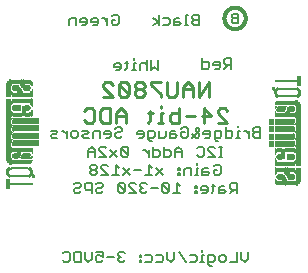
<source format=gbr>
G04 EAGLE Gerber RS-274X export*
G75*
%MOMM*%
%FSLAX34Y34*%
%LPD*%
%INSilkscreen Bottom*%
%IPPOS*%
%AMOC8*
5,1,8,0,0,1.08239X$1,22.5*%
G01*
%ADD10C,0.228600*%
%ADD11C,0.152400*%
%ADD12C,0.127000*%
%ADD13C,0.304800*%
%ADD14C,0.203200*%
%ADD15R,0.022863X0.462278*%
%ADD16R,0.022863X0.462281*%
%ADD17R,0.022863X0.436881*%
%ADD18R,0.023113X0.462278*%
%ADD19R,0.023113X0.462281*%
%ADD20R,0.023113X0.436881*%
%ADD21R,0.023116X0.462278*%
%ADD22R,0.023116X0.462281*%
%ADD23R,0.023116X0.436881*%
%ADD24R,0.023113X0.022863*%
%ADD25R,0.023116X0.091441*%
%ADD26R,0.023113X0.139700*%
%ADD27R,0.023116X0.185419*%
%ADD28R,0.023113X0.254000*%
%ADD29R,0.023113X0.299719*%
%ADD30R,0.023116X0.345438*%
%ADD31R,0.023113X0.391159*%
%ADD32R,0.023116X0.393700*%
%ADD33R,0.022863X0.325119*%
%ADD34R,0.022863X0.599438*%
%ADD35R,0.022863X0.622300*%
%ADD36R,0.022863X0.530859*%
%ADD37R,0.022863X0.439422*%
%ADD38R,0.022863X0.231138*%
%ADD39R,0.022863X0.071119*%
%ADD40R,0.022863X0.533400*%
%ADD41R,0.022863X0.208281*%
%ADD42R,0.023113X0.345441*%
%ADD43R,0.023113X0.576578*%
%ADD44R,0.023113X0.599438*%
%ADD45R,0.023113X0.508000*%
%ADD46R,0.023113X0.416563*%
%ADD47R,0.023113X0.208278*%
%ADD48R,0.023113X0.553722*%
%ADD49R,0.023113X0.208281*%
%ADD50R,0.023116X0.345441*%
%ADD51R,0.023116X0.530859*%
%ADD52R,0.023116X0.370841*%
%ADD53R,0.023116X0.162559*%
%ADD54R,0.023116X0.576581*%
%ADD55R,0.023116X0.208281*%
%ADD56R,0.023113X0.322578*%
%ADD57R,0.023113X0.485137*%
%ADD58R,0.023113X0.416559*%
%ADD59R,0.023113X0.347981*%
%ADD60R,0.023113X0.116838*%
%ADD61R,0.023113X0.647700*%
%ADD62R,0.023116X0.322581*%
%ADD63R,0.023116X0.485137*%
%ADD64R,0.023116X0.093978*%
%ADD65R,0.023116X0.231141*%
%ADD66R,0.023116X0.693419*%
%ADD67R,0.023113X0.322581*%
%ADD68R,0.023113X0.439419*%
%ADD69R,0.023113X0.370841*%
%ADD70R,0.023113X0.299722*%
%ADD71R,0.023113X0.045719*%
%ADD72R,0.023113X0.739138*%
%ADD73R,0.023113X0.414019*%
%ADD74R,0.023113X0.347978*%
%ADD75R,0.023113X0.762000*%
%ADD76R,0.023116X0.414019*%
%ADD77R,0.023116X0.182881*%
%ADD78R,0.023116X0.347978*%
%ADD79R,0.023116X0.276863*%
%ADD80R,0.023116X0.116841*%
%ADD81R,0.023116X0.276859*%
%ADD82R,0.023116X0.784863*%
%ADD83R,0.023113X0.325119*%
%ADD84R,0.023113X0.276863*%
%ADD85R,0.023113X0.276859*%
%ADD86R,0.023116X0.325119*%
%ADD87R,0.023116X0.391159*%
%ADD88R,0.023116X0.302259*%
%ADD89R,0.023116X0.254000*%
%ADD90R,0.023113X0.302259*%
%ADD91R,0.023113X0.393700*%
%ADD92R,0.023113X0.231141*%
%ADD93R,0.022863X0.302259*%
%ADD94R,0.022863X0.439419*%
%ADD95R,0.022863X0.368300*%
%ADD96R,0.022863X0.391159*%
%ADD97R,0.022863X0.416559*%
%ADD98R,0.022863X0.276863*%
%ADD99R,0.022863X0.205741*%
%ADD100R,0.023113X0.368300*%
%ADD101R,0.023113X0.205741*%
%ADD102R,0.023116X0.368300*%
%ADD103R,0.023116X0.205741*%
%ADD104R,0.023113X0.182881*%
%ADD105R,0.022863X0.276859*%
%ADD106R,0.022863X0.182881*%
%ADD107R,0.023113X0.924559*%
%ADD108R,0.023116X0.924559*%
%ADD109R,0.023113X0.901700*%
%ADD110R,0.023116X0.901700*%
%ADD111R,0.023113X0.878841*%
%ADD112R,0.023116X0.855981*%
%ADD113R,0.023113X0.833119*%
%ADD114R,0.022863X0.787400*%
%ADD115R,0.022863X0.414019*%
%ADD116R,0.022863X0.924559*%
%ADD117R,0.023113X0.739141*%
%ADD118R,0.023116X0.716281*%
%ADD119R,0.023116X0.299722*%
%ADD120R,0.023113X0.670559*%
%ADD121R,0.023116X0.647700*%
%ADD122R,0.023116X0.508000*%
%ADD123R,0.023116X0.299719*%
%ADD124R,0.023113X0.601981*%
%ADD125R,0.023113X0.530859*%
%ADD126R,0.023113X0.231138*%
%ADD127R,0.023113X0.556259*%
%ADD128R,0.023113X0.185419*%
%ADD129R,0.023116X0.533400*%
%ADD130R,0.023116X0.599438*%
%ADD131R,0.023116X0.416563*%
%ADD132R,0.023116X0.116838*%
%ADD133R,0.023113X0.485141*%
%ADD134R,0.023113X0.645159*%
%ADD135R,0.023113X0.716278*%
%ADD136R,0.022863X0.393700*%
%ADD137R,0.022863X0.762000*%
%ADD138R,0.022863X0.624841*%
%ADD139R,0.023113X0.784859*%
%ADD140R,0.023113X0.693422*%
%ADD141R,0.023116X0.830578*%
%ADD142R,0.023116X0.739141*%
%ADD143R,0.023113X0.876300*%
%ADD144R,0.023113X0.807722*%
%ADD145R,0.023116X0.899159*%
%ADD146R,0.023116X0.878841*%
%ADD147R,0.023113X0.922019*%
%ADD148R,0.023113X0.947419*%
%ADD149R,0.023116X0.970278*%
%ADD150R,0.023113X0.970278*%
%ADD151R,0.023116X0.439419*%
%ADD152R,0.022863X0.299722*%
%ADD153R,0.023116X0.416559*%
%ADD154R,0.023116X0.347981*%
%ADD155R,0.023113X0.137159*%
%ADD156R,0.023113X0.093978*%
%ADD157R,0.023113X0.091441*%
%ADD158R,0.023113X0.093981*%
%ADD159R,0.023113X0.114300*%
%ADD160R,0.023116X0.045719*%
%ADD161R,0.023116X0.045722*%
%ADD162R,0.023113X0.071119*%
%ADD163R,0.023113X0.116841*%
%ADD164R,0.023116X0.139700*%
%ADD165R,0.022863X0.322581*%
%ADD166R,0.022863X0.345441*%
%ADD167R,0.022863X0.162559*%
%ADD168R,0.022863X0.576581*%
%ADD169R,0.023113X0.668019*%
%ADD170R,0.023113X0.533400*%
%ADD171R,0.023116X1.455419*%
%ADD172R,0.023116X5.519419*%
%ADD173R,0.023113X1.455419*%
%ADD174R,0.023113X5.519419*%
%ADD175R,0.023116X5.494019*%
%ADD176R,0.023113X1.430019*%
%ADD177R,0.023113X5.494019*%
%ADD178R,0.023116X1.430019*%
%ADD179R,0.023116X5.471159*%
%ADD180R,0.023116X0.762000*%
%ADD181R,0.023113X1.407159*%
%ADD182R,0.023113X5.471159*%
%ADD183R,0.022863X1.384300*%
%ADD184R,0.022863X5.448300*%
%ADD185R,0.022863X0.716278*%
%ADD186R,0.022863X0.878841*%
%ADD187R,0.023113X1.361438*%
%ADD188R,0.023113X5.425438*%
%ADD189R,0.023116X1.338578*%
%ADD190R,0.023116X5.402578*%
%ADD191R,0.023116X0.624841*%
%ADD192R,0.023113X1.292859*%
%ADD193R,0.023113X5.356859*%
%ADD194R,0.023116X1.224278*%
%ADD195R,0.023116X5.288278*%


D10*
X121900Y103251D02*
X121900Y115708D01*
X113595Y103251D01*
X113595Y115708D01*
X108335Y111555D02*
X108335Y103251D01*
X108335Y111555D02*
X104182Y115708D01*
X100030Y111555D01*
X100030Y103251D01*
X100030Y109479D02*
X108335Y109479D01*
X94770Y105327D02*
X94770Y115708D01*
X94770Y105327D02*
X92693Y103251D01*
X88541Y103251D01*
X86465Y105327D01*
X86465Y115708D01*
X81205Y115708D02*
X72900Y115708D01*
X72900Y113632D01*
X81205Y105327D01*
X81205Y103251D01*
X67639Y113632D02*
X65563Y115708D01*
X61411Y115708D01*
X59335Y113632D01*
X59335Y111555D01*
X61411Y109479D01*
X59335Y107403D01*
X59335Y105327D01*
X61411Y103251D01*
X65563Y103251D01*
X67639Y105327D01*
X67639Y107403D01*
X65563Y109479D01*
X67639Y111555D01*
X67639Y113632D01*
X65563Y109479D02*
X61411Y109479D01*
X54074Y105327D02*
X54074Y113632D01*
X51998Y115708D01*
X47846Y115708D01*
X45770Y113632D01*
X45770Y105327D01*
X47846Y103251D01*
X51998Y103251D01*
X54074Y105327D01*
X45770Y113632D01*
X40509Y103251D02*
X32205Y103251D01*
X40509Y103251D02*
X32205Y111555D01*
X32205Y113632D01*
X34281Y115708D01*
X38433Y115708D01*
X40509Y113632D01*
X129421Y81153D02*
X137725Y81153D01*
X129421Y89457D01*
X129421Y91534D01*
X131497Y93610D01*
X135649Y93610D01*
X137725Y91534D01*
X117932Y93610D02*
X117932Y81153D01*
X124160Y87381D02*
X117932Y93610D01*
X115856Y87381D02*
X124160Y87381D01*
X110595Y87381D02*
X102291Y87381D01*
X97030Y81153D02*
X97030Y93610D01*
X97030Y81153D02*
X90802Y81153D01*
X88726Y83229D01*
X88726Y87381D01*
X90802Y89457D01*
X97030Y89457D01*
X83465Y89457D02*
X81389Y89457D01*
X81389Y81153D01*
X83465Y81153D02*
X79313Y81153D01*
X81389Y93610D02*
X81389Y95686D01*
X72346Y91534D02*
X72346Y83229D01*
X70270Y81153D01*
X70270Y89457D02*
X74422Y89457D01*
X51814Y89457D02*
X51814Y81153D01*
X51814Y89457D02*
X47661Y93610D01*
X43509Y89457D01*
X43509Y81153D01*
X43509Y87381D02*
X51814Y87381D01*
X38249Y93610D02*
X38249Y81153D01*
X32020Y81153D01*
X29944Y83229D01*
X29944Y91534D01*
X32020Y93610D01*
X38249Y93610D01*
X18455Y93610D02*
X16379Y91534D01*
X18455Y93610D02*
X22607Y93610D01*
X24684Y91534D01*
X24684Y83229D01*
X22607Y81153D01*
X18455Y81153D01*
X16379Y83229D01*
D11*
X165237Y77350D02*
X165237Y68707D01*
X165237Y77350D02*
X160915Y77350D01*
X159474Y75910D01*
X159474Y74469D01*
X160915Y73029D01*
X159474Y71588D01*
X159474Y70148D01*
X160915Y68707D01*
X165237Y68707D01*
X165237Y73029D02*
X160915Y73029D01*
X155881Y74469D02*
X155881Y68707D01*
X155881Y71588D02*
X153000Y74469D01*
X151560Y74469D01*
X148085Y74469D02*
X146645Y74469D01*
X146645Y68707D01*
X148085Y68707D02*
X145204Y68707D01*
X146645Y77350D02*
X146645Y78791D01*
X136086Y77350D02*
X136086Y68707D01*
X140408Y68707D01*
X141849Y70148D01*
X141849Y73029D01*
X140408Y74469D01*
X136086Y74469D01*
X129612Y65826D02*
X128172Y65826D01*
X126731Y67266D01*
X126731Y74469D01*
X131053Y74469D01*
X132493Y73029D01*
X132493Y70148D01*
X131053Y68707D01*
X126731Y68707D01*
X121698Y68707D02*
X118817Y68707D01*
X121698Y68707D02*
X123138Y70148D01*
X123138Y73029D01*
X121698Y74469D01*
X118817Y74469D01*
X117376Y73029D01*
X117376Y71588D01*
X123138Y71588D01*
X110902Y68707D02*
X108021Y71588D01*
X110902Y68707D02*
X112342Y68707D01*
X113783Y70148D01*
X113783Y71588D01*
X110902Y74469D01*
X110902Y75910D01*
X112342Y77350D01*
X113783Y75910D01*
X113783Y74469D01*
X108021Y68707D01*
X100106Y77350D02*
X98666Y75910D01*
X100106Y77350D02*
X102987Y77350D01*
X104428Y75910D01*
X104428Y70148D01*
X102987Y68707D01*
X100106Y68707D01*
X98666Y70148D01*
X98666Y73029D01*
X101547Y73029D01*
X93632Y74469D02*
X90751Y74469D01*
X89310Y73029D01*
X89310Y68707D01*
X93632Y68707D01*
X95073Y70148D01*
X93632Y71588D01*
X89310Y71588D01*
X85717Y70148D02*
X85717Y74469D01*
X85717Y70148D02*
X84277Y68707D01*
X79955Y68707D01*
X79955Y74469D01*
X73481Y65826D02*
X72041Y65826D01*
X70600Y67266D01*
X70600Y74469D01*
X74922Y74469D01*
X76362Y73029D01*
X76362Y70148D01*
X74922Y68707D01*
X70600Y68707D01*
X65567Y68707D02*
X62685Y68707D01*
X65567Y68707D02*
X67007Y70148D01*
X67007Y73029D01*
X65567Y74469D01*
X62685Y74469D01*
X61245Y73029D01*
X61245Y71588D01*
X67007Y71588D01*
X43975Y77350D02*
X42534Y75910D01*
X43975Y77350D02*
X46856Y77350D01*
X48297Y75910D01*
X48297Y74469D01*
X46856Y73029D01*
X43975Y73029D01*
X42534Y71588D01*
X42534Y70148D01*
X43975Y68707D01*
X46856Y68707D01*
X48297Y70148D01*
X37501Y68707D02*
X34620Y68707D01*
X37501Y68707D02*
X38942Y70148D01*
X38942Y73029D01*
X37501Y74469D01*
X34620Y74469D01*
X33179Y73029D01*
X33179Y71588D01*
X38942Y71588D01*
X29586Y68707D02*
X29586Y74469D01*
X25265Y74469D01*
X23824Y73029D01*
X23824Y68707D01*
X20231Y68707D02*
X15909Y68707D01*
X14469Y70148D01*
X15909Y71588D01*
X18791Y71588D01*
X20231Y73029D01*
X18791Y74469D01*
X14469Y74469D01*
X9435Y68707D02*
X6554Y68707D01*
X5114Y70148D01*
X5114Y73029D01*
X6554Y74469D01*
X9435Y74469D01*
X10876Y73029D01*
X10876Y70148D01*
X9435Y68707D01*
X1521Y68707D02*
X1521Y74469D01*
X1521Y71588D02*
X-1360Y74469D01*
X-2801Y74469D01*
X-6275Y68707D02*
X-10597Y68707D01*
X-12037Y70148D01*
X-10597Y71588D01*
X-7716Y71588D01*
X-6275Y73029D01*
X-7716Y74469D01*
X-12037Y74469D01*
D12*
X155229Y-27932D02*
X155229Y-33864D01*
X152263Y-36830D01*
X149297Y-33864D01*
X149297Y-27932D01*
X145874Y-27932D02*
X145874Y-36830D01*
X139942Y-36830D01*
X135035Y-36830D02*
X132070Y-36830D01*
X130587Y-35347D01*
X130587Y-32381D01*
X132070Y-30898D01*
X135035Y-30898D01*
X136518Y-32381D01*
X136518Y-35347D01*
X135035Y-36830D01*
X124197Y-39796D02*
X122714Y-39796D01*
X121231Y-38313D01*
X121231Y-30898D01*
X125680Y-30898D01*
X127163Y-32381D01*
X127163Y-35347D01*
X125680Y-36830D01*
X121231Y-36830D01*
X117808Y-30898D02*
X116325Y-30898D01*
X116325Y-36830D01*
X117808Y-36830D02*
X114842Y-36830D01*
X116325Y-27932D02*
X116325Y-26449D01*
X110088Y-30898D02*
X105640Y-30898D01*
X110088Y-30898D02*
X111571Y-32381D01*
X111571Y-35347D01*
X110088Y-36830D01*
X105640Y-36830D01*
X102216Y-36830D02*
X96284Y-27932D01*
X92861Y-27932D02*
X92861Y-33864D01*
X89895Y-36830D01*
X86929Y-33864D01*
X86929Y-27932D01*
X82023Y-30898D02*
X77574Y-30898D01*
X82023Y-30898D02*
X83506Y-32381D01*
X83506Y-35347D01*
X82023Y-36830D01*
X77574Y-36830D01*
X72668Y-30898D02*
X68219Y-30898D01*
X72668Y-30898D02*
X74150Y-32381D01*
X74150Y-35347D01*
X72668Y-36830D01*
X68219Y-36830D01*
X64795Y-30898D02*
X63312Y-30898D01*
X63312Y-32381D01*
X64795Y-32381D01*
X64795Y-30898D01*
X64795Y-35347D02*
X63312Y-35347D01*
X63312Y-36830D01*
X64795Y-36830D01*
X64795Y-35347D01*
X50763Y-29415D02*
X49280Y-27932D01*
X46314Y-27932D01*
X44831Y-29415D01*
X44831Y-30898D01*
X46314Y-32381D01*
X47797Y-32381D01*
X46314Y-32381D02*
X44831Y-33864D01*
X44831Y-35347D01*
X46314Y-36830D01*
X49280Y-36830D01*
X50763Y-35347D01*
X41407Y-32381D02*
X35476Y-32381D01*
X32052Y-27932D02*
X26120Y-27932D01*
X32052Y-27932D02*
X32052Y-32381D01*
X29086Y-30898D01*
X27603Y-30898D01*
X26120Y-32381D01*
X26120Y-35347D01*
X27603Y-36830D01*
X30569Y-36830D01*
X32052Y-35347D01*
X22697Y-33864D02*
X22697Y-27932D01*
X22697Y-33864D02*
X19731Y-36830D01*
X16765Y-33864D01*
X16765Y-27932D01*
X13342Y-27932D02*
X13342Y-36830D01*
X8893Y-36830D01*
X7410Y-35347D01*
X7410Y-29415D01*
X8893Y-27932D01*
X13342Y-27932D01*
X-462Y-27932D02*
X-1945Y-29415D01*
X-462Y-27932D02*
X2504Y-27932D01*
X3987Y-29415D01*
X3987Y-35347D01*
X2504Y-36830D01*
X-462Y-36830D01*
X-1945Y-35347D01*
X78690Y125730D02*
X78690Y134628D01*
X75724Y128696D02*
X78690Y125730D01*
X75724Y128696D02*
X72758Y125730D01*
X72758Y134628D01*
X69334Y134628D02*
X69334Y125730D01*
X69334Y130179D02*
X67851Y131662D01*
X64886Y131662D01*
X63403Y130179D01*
X63403Y125730D01*
X59979Y131662D02*
X58496Y131662D01*
X58496Y125730D01*
X59979Y125730D02*
X57013Y125730D01*
X58496Y134628D02*
X58496Y136111D01*
X52260Y133145D02*
X52260Y127213D01*
X50777Y125730D01*
X50777Y131662D02*
X53742Y131662D01*
X46023Y125730D02*
X43057Y125730D01*
X46023Y125730D02*
X47506Y127213D01*
X47506Y130179D01*
X46023Y131662D01*
X43057Y131662D01*
X41574Y130179D01*
X41574Y128696D01*
X47506Y128696D01*
X113759Y163830D02*
X113759Y172728D01*
X109310Y172728D01*
X107827Y171245D01*
X107827Y169762D01*
X109310Y168279D01*
X107827Y166796D01*
X107827Y165313D01*
X109310Y163830D01*
X113759Y163830D01*
X113759Y168279D02*
X109310Y168279D01*
X104404Y172728D02*
X102921Y172728D01*
X102921Y163830D01*
X104404Y163830D02*
X101438Y163830D01*
X96684Y169762D02*
X93718Y169762D01*
X92236Y168279D01*
X92236Y163830D01*
X96684Y163830D01*
X98167Y165313D01*
X96684Y166796D01*
X92236Y166796D01*
X87329Y169762D02*
X82880Y169762D01*
X87329Y169762D02*
X88812Y168279D01*
X88812Y165313D01*
X87329Y163830D01*
X82880Y163830D01*
X79457Y163830D02*
X79457Y172728D01*
X79457Y166796D02*
X75008Y163830D01*
X79457Y166796D02*
X75008Y169762D01*
X141033Y135898D02*
X141033Y127000D01*
X141033Y135898D02*
X136584Y135898D01*
X135101Y134415D01*
X135101Y131449D01*
X136584Y129966D01*
X141033Y129966D01*
X138067Y129966D02*
X135101Y127000D01*
X130195Y127000D02*
X127229Y127000D01*
X130195Y127000D02*
X131678Y128483D01*
X131678Y131449D01*
X130195Y132932D01*
X127229Y132932D01*
X125746Y131449D01*
X125746Y129966D01*
X131678Y129966D01*
X116391Y127000D02*
X116391Y135898D01*
X116391Y127000D02*
X120840Y127000D01*
X122322Y128483D01*
X122322Y131449D01*
X120840Y132932D01*
X116391Y132932D01*
X41020Y172728D02*
X39537Y171245D01*
X41020Y172728D02*
X43985Y172728D01*
X45468Y171245D01*
X45468Y165313D01*
X43985Y163830D01*
X41020Y163830D01*
X39537Y165313D01*
X39537Y168279D01*
X42503Y168279D01*
X36113Y169762D02*
X36113Y163830D01*
X36113Y166796D02*
X33147Y169762D01*
X31664Y169762D01*
X26834Y163830D02*
X23868Y163830D01*
X26834Y163830D02*
X28317Y165313D01*
X28317Y168279D01*
X26834Y169762D01*
X23868Y169762D01*
X22386Y168279D01*
X22386Y166796D01*
X28317Y166796D01*
X17479Y163830D02*
X14513Y163830D01*
X17479Y163830D02*
X18962Y165313D01*
X18962Y168279D01*
X17479Y169762D01*
X14513Y169762D01*
X13030Y168279D01*
X13030Y166796D01*
X18962Y166796D01*
X9607Y163830D02*
X9607Y169762D01*
X5158Y169762D01*
X3675Y168279D01*
X3675Y163830D01*
X130434Y52070D02*
X133400Y52070D01*
X131917Y52070D02*
X131917Y60968D01*
X133400Y60968D02*
X130434Y60968D01*
X127163Y52070D02*
X121231Y52070D01*
X127163Y52070D02*
X121231Y58002D01*
X121231Y59485D01*
X122714Y60968D01*
X125680Y60968D01*
X127163Y59485D01*
X113359Y60968D02*
X111876Y59485D01*
X113359Y60968D02*
X116325Y60968D01*
X117808Y59485D01*
X117808Y53553D01*
X116325Y52070D01*
X113359Y52070D01*
X111876Y53553D01*
X99098Y52070D02*
X99098Y58002D01*
X96132Y60968D01*
X93166Y58002D01*
X93166Y52070D01*
X93166Y56519D02*
X99098Y56519D01*
X83811Y60968D02*
X83811Y52070D01*
X88260Y52070D01*
X89742Y53553D01*
X89742Y56519D01*
X88260Y58002D01*
X83811Y58002D01*
X74456Y60968D02*
X74456Y52070D01*
X78904Y52070D01*
X80387Y53553D01*
X80387Y56519D01*
X78904Y58002D01*
X74456Y58002D01*
X71032Y58002D02*
X71032Y52070D01*
X71032Y55036D02*
X68066Y58002D01*
X66583Y58002D01*
X53881Y59485D02*
X53881Y53553D01*
X53881Y59485D02*
X52398Y60968D01*
X49432Y60968D01*
X47949Y59485D01*
X47949Y53553D01*
X49432Y52070D01*
X52398Y52070D01*
X53881Y53553D01*
X47949Y59485D01*
X44526Y58002D02*
X38594Y52070D01*
X44526Y52070D02*
X38594Y58002D01*
X35171Y52070D02*
X29239Y52070D01*
X35171Y52070D02*
X29239Y58002D01*
X29239Y59485D01*
X30722Y60968D01*
X33688Y60968D01*
X35171Y59485D01*
X25815Y58002D02*
X25815Y52070D01*
X25815Y58002D02*
X22850Y60968D01*
X19884Y58002D01*
X19884Y52070D01*
X19884Y56519D02*
X25815Y56519D01*
X125909Y44245D02*
X127392Y45728D01*
X130358Y45728D01*
X131841Y44245D01*
X131841Y38313D01*
X130358Y36830D01*
X127392Y36830D01*
X125909Y38313D01*
X125909Y41279D01*
X128875Y41279D01*
X121003Y42762D02*
X118037Y42762D01*
X116554Y41279D01*
X116554Y36830D01*
X121003Y36830D01*
X122486Y38313D01*
X121003Y39796D01*
X116554Y39796D01*
X113130Y42762D02*
X111648Y42762D01*
X111648Y36830D01*
X113130Y36830D02*
X110165Y36830D01*
X111648Y45728D02*
X111648Y47211D01*
X106894Y42762D02*
X106894Y36830D01*
X106894Y42762D02*
X102445Y42762D01*
X100962Y41279D01*
X100962Y36830D01*
X97538Y42762D02*
X96056Y42762D01*
X96056Y41279D01*
X97538Y41279D01*
X97538Y42762D01*
X97538Y38313D02*
X96056Y38313D01*
X96056Y36830D01*
X97538Y36830D01*
X97538Y38313D01*
X83506Y42762D02*
X77574Y36830D01*
X83506Y36830D02*
X77574Y42762D01*
X74150Y42762D02*
X71185Y45728D01*
X71185Y36830D01*
X74150Y36830D02*
X68219Y36830D01*
X64795Y41279D02*
X58864Y41279D01*
X55440Y42762D02*
X49508Y36830D01*
X55440Y36830D02*
X49508Y42762D01*
X46085Y42762D02*
X43119Y45728D01*
X43119Y36830D01*
X46085Y36830D02*
X40153Y36830D01*
X36730Y36830D02*
X30798Y36830D01*
X36730Y36830D02*
X30798Y42762D01*
X30798Y44245D01*
X32281Y45728D01*
X35247Y45728D01*
X36730Y44245D01*
X27375Y44245D02*
X25892Y45728D01*
X22926Y45728D01*
X21443Y44245D01*
X21443Y42762D01*
X22926Y41279D01*
X21443Y39796D01*
X21443Y38313D01*
X22926Y36830D01*
X25892Y36830D01*
X27375Y38313D01*
X27375Y39796D01*
X25892Y41279D01*
X27375Y42762D01*
X27375Y44245D01*
X25892Y41279D02*
X22926Y41279D01*
X145874Y30488D02*
X145874Y21590D01*
X145874Y30488D02*
X141425Y30488D01*
X139942Y29005D01*
X139942Y26039D01*
X141425Y24556D01*
X145874Y24556D01*
X142908Y24556D02*
X139942Y21590D01*
X135035Y27522D02*
X132070Y27522D01*
X130587Y26039D01*
X130587Y21590D01*
X135035Y21590D01*
X136518Y23073D01*
X135035Y24556D01*
X130587Y24556D01*
X125680Y23073D02*
X125680Y29005D01*
X125680Y23073D02*
X124197Y21590D01*
X124197Y27522D02*
X127163Y27522D01*
X119444Y21590D02*
X116478Y21590D01*
X119444Y21590D02*
X120926Y23073D01*
X120926Y26039D01*
X119444Y27522D01*
X116478Y27522D01*
X114995Y26039D01*
X114995Y24556D01*
X120926Y24556D01*
X111571Y27522D02*
X110088Y27522D01*
X110088Y26039D01*
X111571Y26039D01*
X111571Y27522D01*
X111571Y23073D02*
X110088Y23073D01*
X110088Y21590D01*
X111571Y21590D01*
X111571Y23073D01*
X97538Y27522D02*
X94573Y30488D01*
X94573Y21590D01*
X97538Y21590D02*
X91607Y21590D01*
X88183Y23073D02*
X88183Y29005D01*
X86700Y30488D01*
X83734Y30488D01*
X82252Y29005D01*
X82252Y23073D01*
X83734Y21590D01*
X86700Y21590D01*
X88183Y23073D01*
X82252Y29005D01*
X78828Y26039D02*
X72896Y26039D01*
X69473Y29005D02*
X67990Y30488D01*
X65024Y30488D01*
X63541Y29005D01*
X63541Y27522D01*
X65024Y26039D01*
X66507Y26039D01*
X65024Y26039D02*
X63541Y24556D01*
X63541Y23073D01*
X65024Y21590D01*
X67990Y21590D01*
X69473Y23073D01*
X60118Y21590D02*
X54186Y21590D01*
X60118Y21590D02*
X54186Y27522D01*
X54186Y29005D01*
X55669Y30488D01*
X58635Y30488D01*
X60118Y29005D01*
X50763Y29005D02*
X50763Y23073D01*
X50763Y29005D02*
X49280Y30488D01*
X46314Y30488D01*
X44831Y29005D01*
X44831Y23073D01*
X46314Y21590D01*
X49280Y21590D01*
X50763Y23073D01*
X44831Y29005D01*
X27603Y30488D02*
X26120Y29005D01*
X27603Y30488D02*
X30569Y30488D01*
X32052Y29005D01*
X32052Y27522D01*
X30569Y26039D01*
X27603Y26039D01*
X26120Y24556D01*
X26120Y23073D01*
X27603Y21590D01*
X30569Y21590D01*
X32052Y23073D01*
X22697Y21590D02*
X22697Y30488D01*
X18248Y30488D01*
X16765Y29005D01*
X16765Y26039D01*
X18248Y24556D01*
X22697Y24556D01*
X8893Y30488D02*
X7410Y29005D01*
X8893Y30488D02*
X11859Y30488D01*
X13342Y29005D01*
X13342Y27522D01*
X11859Y26039D01*
X8893Y26039D01*
X7410Y24556D01*
X7410Y23073D01*
X8893Y21590D01*
X11859Y21590D01*
X13342Y23073D01*
D13*
X135165Y169545D02*
X135168Y169765D01*
X135176Y169986D01*
X135189Y170206D01*
X135208Y170425D01*
X135233Y170644D01*
X135262Y170863D01*
X135297Y171080D01*
X135338Y171297D01*
X135383Y171513D01*
X135434Y171727D01*
X135490Y171940D01*
X135552Y172152D01*
X135618Y172362D01*
X135690Y172570D01*
X135767Y172777D01*
X135849Y172981D01*
X135935Y173184D01*
X136027Y173384D01*
X136124Y173583D01*
X136225Y173778D01*
X136332Y173971D01*
X136443Y174162D01*
X136558Y174349D01*
X136678Y174534D01*
X136803Y174716D01*
X136932Y174894D01*
X137066Y175070D01*
X137203Y175242D01*
X137345Y175410D01*
X137491Y175576D01*
X137641Y175737D01*
X137795Y175895D01*
X137953Y176049D01*
X138114Y176199D01*
X138280Y176345D01*
X138448Y176487D01*
X138620Y176624D01*
X138796Y176758D01*
X138974Y176887D01*
X139156Y177012D01*
X139341Y177132D01*
X139528Y177247D01*
X139719Y177358D01*
X139912Y177465D01*
X140107Y177566D01*
X140306Y177663D01*
X140506Y177755D01*
X140709Y177841D01*
X140913Y177923D01*
X141120Y178000D01*
X141328Y178072D01*
X141538Y178138D01*
X141750Y178200D01*
X141963Y178256D01*
X142177Y178307D01*
X142393Y178352D01*
X142610Y178393D01*
X142827Y178428D01*
X143046Y178457D01*
X143265Y178482D01*
X143484Y178501D01*
X143704Y178514D01*
X143925Y178522D01*
X144145Y178525D01*
X144365Y178522D01*
X144586Y178514D01*
X144806Y178501D01*
X145025Y178482D01*
X145244Y178457D01*
X145463Y178428D01*
X145680Y178393D01*
X145897Y178352D01*
X146113Y178307D01*
X146327Y178256D01*
X146540Y178200D01*
X146752Y178138D01*
X146962Y178072D01*
X147170Y178000D01*
X147377Y177923D01*
X147581Y177841D01*
X147784Y177755D01*
X147984Y177663D01*
X148183Y177566D01*
X148378Y177465D01*
X148571Y177358D01*
X148762Y177247D01*
X148949Y177132D01*
X149134Y177012D01*
X149316Y176887D01*
X149494Y176758D01*
X149670Y176624D01*
X149842Y176487D01*
X150010Y176345D01*
X150176Y176199D01*
X150337Y176049D01*
X150495Y175895D01*
X150649Y175737D01*
X150799Y175576D01*
X150945Y175410D01*
X151087Y175242D01*
X151224Y175070D01*
X151358Y174894D01*
X151487Y174716D01*
X151612Y174534D01*
X151732Y174349D01*
X151847Y174162D01*
X151958Y173971D01*
X152065Y173778D01*
X152166Y173583D01*
X152263Y173384D01*
X152355Y173184D01*
X152441Y172981D01*
X152523Y172777D01*
X152600Y172570D01*
X152672Y172362D01*
X152738Y172152D01*
X152800Y171940D01*
X152856Y171727D01*
X152907Y171513D01*
X152952Y171297D01*
X152993Y171080D01*
X153028Y170863D01*
X153057Y170644D01*
X153082Y170425D01*
X153101Y170206D01*
X153114Y169986D01*
X153122Y169765D01*
X153125Y169545D01*
X153122Y169325D01*
X153114Y169104D01*
X153101Y168884D01*
X153082Y168665D01*
X153057Y168446D01*
X153028Y168227D01*
X152993Y168010D01*
X152952Y167793D01*
X152907Y167577D01*
X152856Y167363D01*
X152800Y167150D01*
X152738Y166938D01*
X152672Y166728D01*
X152600Y166520D01*
X152523Y166313D01*
X152441Y166109D01*
X152355Y165906D01*
X152263Y165706D01*
X152166Y165507D01*
X152065Y165312D01*
X151958Y165119D01*
X151847Y164928D01*
X151732Y164741D01*
X151612Y164556D01*
X151487Y164374D01*
X151358Y164196D01*
X151224Y164020D01*
X151087Y163848D01*
X150945Y163680D01*
X150799Y163514D01*
X150649Y163353D01*
X150495Y163195D01*
X150337Y163041D01*
X150176Y162891D01*
X150010Y162745D01*
X149842Y162603D01*
X149670Y162466D01*
X149494Y162332D01*
X149316Y162203D01*
X149134Y162078D01*
X148949Y161958D01*
X148762Y161843D01*
X148571Y161732D01*
X148378Y161625D01*
X148183Y161524D01*
X147984Y161427D01*
X147784Y161335D01*
X147581Y161249D01*
X147377Y161167D01*
X147170Y161090D01*
X146962Y161018D01*
X146752Y160952D01*
X146540Y160890D01*
X146327Y160834D01*
X146113Y160783D01*
X145897Y160738D01*
X145680Y160697D01*
X145463Y160662D01*
X145244Y160633D01*
X145025Y160608D01*
X144806Y160589D01*
X144586Y160576D01*
X144365Y160568D01*
X144145Y160565D01*
X143925Y160568D01*
X143704Y160576D01*
X143484Y160589D01*
X143265Y160608D01*
X143046Y160633D01*
X142827Y160662D01*
X142610Y160697D01*
X142393Y160738D01*
X142177Y160783D01*
X141963Y160834D01*
X141750Y160890D01*
X141538Y160952D01*
X141328Y161018D01*
X141120Y161090D01*
X140913Y161167D01*
X140709Y161249D01*
X140506Y161335D01*
X140306Y161427D01*
X140107Y161524D01*
X139912Y161625D01*
X139719Y161732D01*
X139528Y161843D01*
X139341Y161958D01*
X139156Y162078D01*
X138974Y162203D01*
X138796Y162332D01*
X138620Y162466D01*
X138448Y162603D01*
X138280Y162745D01*
X138114Y162891D01*
X137953Y163041D01*
X137795Y163195D01*
X137641Y163353D01*
X137491Y163514D01*
X137345Y163680D01*
X137203Y163848D01*
X137066Y164020D01*
X136932Y164196D01*
X136803Y164374D01*
X136678Y164556D01*
X136558Y164741D01*
X136443Y164928D01*
X136332Y165119D01*
X136225Y165312D01*
X136124Y165507D01*
X136027Y165706D01*
X135935Y165906D01*
X135849Y166109D01*
X135767Y166313D01*
X135690Y166520D01*
X135618Y166728D01*
X135552Y166938D01*
X135490Y167150D01*
X135434Y167363D01*
X135383Y167577D01*
X135338Y167793D01*
X135297Y168010D01*
X135262Y168227D01*
X135233Y168446D01*
X135208Y168665D01*
X135189Y168884D01*
X135176Y169104D01*
X135168Y169325D01*
X135165Y169545D01*
D14*
X146685Y165481D02*
X146685Y173616D01*
X142618Y173616D01*
X141262Y172260D01*
X141262Y170904D01*
X142618Y169548D01*
X141262Y168193D01*
X141262Y166837D01*
X142618Y165481D01*
X146685Y165481D01*
X146685Y169548D02*
X142618Y169548D01*
D15*
X173355Y63322D03*
D16*
X173355Y69571D03*
X173355Y75794D03*
D17*
X173355Y82144D03*
D18*
X173585Y63322D03*
D19*
X173585Y69571D03*
X173585Y75794D03*
D20*
X173585Y82144D03*
D21*
X173816Y63322D03*
D22*
X173816Y69571D03*
X173816Y75794D03*
D23*
X173816Y82144D03*
D18*
X174047Y63322D03*
D19*
X174047Y69571D03*
X174047Y75794D03*
D20*
X174047Y82144D03*
D21*
X174278Y63322D03*
D22*
X174278Y69571D03*
X174278Y75794D03*
D23*
X174278Y82144D03*
D18*
X174509Y63322D03*
D19*
X174509Y69571D03*
X174509Y75794D03*
D20*
X174509Y82144D03*
D18*
X174741Y63322D03*
D19*
X174741Y69571D03*
X174741Y75794D03*
D20*
X174741Y82144D03*
D21*
X174972Y63322D03*
D22*
X174972Y69571D03*
X174972Y75794D03*
D23*
X174972Y82144D03*
D18*
X175203Y63322D03*
D19*
X175203Y69571D03*
X175203Y75794D03*
D20*
X175203Y82144D03*
D21*
X175434Y63322D03*
D22*
X175434Y69571D03*
X175434Y75794D03*
D23*
X175434Y82144D03*
D18*
X175665Y63322D03*
D19*
X175665Y69571D03*
X175665Y75794D03*
D20*
X175665Y82144D03*
D15*
X175895Y63322D03*
D16*
X175895Y69571D03*
X175895Y75794D03*
D17*
X175895Y82144D03*
D18*
X176125Y63322D03*
D19*
X176125Y69571D03*
X176125Y75794D03*
D20*
X176125Y82144D03*
D24*
X176125Y110554D03*
D21*
X176356Y63322D03*
D22*
X176356Y69571D03*
X176356Y75794D03*
D23*
X176356Y82144D03*
D25*
X176356Y110439D03*
D18*
X176587Y63322D03*
D19*
X176587Y69571D03*
X176587Y75794D03*
D20*
X176587Y82144D03*
D26*
X176587Y110198D03*
D21*
X176818Y63322D03*
D22*
X176818Y69571D03*
X176818Y75794D03*
D23*
X176818Y82144D03*
D27*
X176818Y110198D03*
D18*
X177049Y63322D03*
D19*
X177049Y69571D03*
X177049Y75794D03*
D20*
X177049Y82144D03*
D28*
X177049Y110084D03*
D18*
X177281Y63322D03*
D19*
X177281Y69571D03*
X177281Y75794D03*
D20*
X177281Y82144D03*
D29*
X177281Y109855D03*
D21*
X177512Y63322D03*
D22*
X177512Y69571D03*
X177512Y75794D03*
D23*
X177512Y82144D03*
D30*
X177512Y109855D03*
D31*
X177743Y109626D03*
D32*
X177974Y109157D03*
D18*
X178205Y108128D03*
D33*
X178435Y32156D03*
D34*
X178435Y40005D03*
D35*
X178435Y47739D03*
D36*
X178435Y56756D03*
D15*
X178435Y63322D03*
D16*
X178435Y69571D03*
X178435Y75794D03*
D17*
X178435Y82144D03*
D37*
X178435Y88379D03*
D38*
X178435Y94044D03*
D39*
X178435Y97155D03*
D40*
X178435Y107315D03*
D41*
X178435Y116561D03*
D42*
X178665Y31801D03*
D43*
X178665Y40119D03*
D44*
X178665Y47625D03*
D45*
X178665Y56871D03*
D18*
X178665Y63322D03*
D19*
X178665Y69571D03*
X178665Y75794D03*
D20*
X178665Y82144D03*
D46*
X178665Y88265D03*
D47*
X178665Y94158D03*
D26*
X178665Y97498D03*
D48*
X178665Y106731D03*
D49*
X178665Y116561D03*
D50*
X178896Y31344D03*
D51*
X178896Y40348D03*
X178896Y47282D03*
D21*
X178896Y57099D03*
X178896Y63322D03*
D22*
X178896Y69571D03*
X178896Y75794D03*
D23*
X178896Y82144D03*
D52*
X178896Y88036D03*
D53*
X178896Y94386D03*
D27*
X178896Y97727D03*
D54*
X178896Y106617D03*
D55*
X178896Y116561D03*
D56*
X179127Y31001D03*
D57*
X179127Y40577D03*
D45*
X179127Y47168D03*
D58*
X179127Y57328D03*
D18*
X179127Y63322D03*
D19*
X179127Y69571D03*
X179127Y75794D03*
D20*
X179127Y82144D03*
D59*
X179127Y87922D03*
D60*
X179127Y94615D03*
D47*
X179127Y97841D03*
D61*
X179127Y106744D03*
D49*
X179127Y116561D03*
D62*
X179358Y30772D03*
D21*
X179358Y40691D03*
D63*
X179358Y47054D03*
D32*
X179358Y57442D03*
D21*
X179358Y63322D03*
D22*
X179358Y69571D03*
X179358Y75794D03*
D23*
X179358Y82144D03*
D62*
X179358Y87795D03*
D64*
X179358Y94729D03*
D65*
X179358Y97955D03*
D66*
X179358Y106744D03*
D55*
X179358Y116561D03*
D67*
X179589Y30544D03*
D68*
X179589Y40805D03*
D18*
X179589Y46939D03*
D69*
X179589Y57556D03*
D18*
X179589Y63322D03*
D19*
X179589Y69571D03*
X179589Y75794D03*
D20*
X179589Y82144D03*
D70*
X179589Y87681D03*
D71*
X179589Y94971D03*
D28*
X179589Y98069D03*
D72*
X179589Y106744D03*
D49*
X179589Y116561D03*
D67*
X179821Y30315D03*
D73*
X179821Y40932D03*
D68*
X179821Y46825D03*
D74*
X179821Y57671D03*
D18*
X179821Y63322D03*
D19*
X179821Y69571D03*
X179821Y75794D03*
D20*
X179821Y82144D03*
D70*
X179821Y87681D03*
D28*
X179821Y98069D03*
D75*
X179821Y106629D03*
D49*
X179821Y116561D03*
D62*
X180052Y30315D03*
D65*
X180052Y35395D03*
D76*
X180052Y40932D03*
X180052Y46698D03*
D77*
X180052Y52476D03*
D78*
X180052Y57671D03*
D21*
X180052Y63322D03*
D22*
X180052Y69571D03*
X180052Y75794D03*
D23*
X180052Y82144D03*
D79*
X180052Y87567D03*
D80*
X180052Y92304D03*
D81*
X180052Y98184D03*
D82*
X180052Y106744D03*
D55*
X180052Y116561D03*
D83*
X180283Y30074D03*
D67*
X180283Y35395D03*
D31*
X180283Y41046D03*
D73*
X180283Y46698D03*
D83*
X180283Y52476D03*
X180283Y57785D03*
D18*
X180283Y63322D03*
D19*
X180283Y69571D03*
X180283Y75794D03*
D20*
X180283Y82144D03*
D84*
X180283Y87567D03*
D85*
X180283Y92418D03*
X180283Y98184D03*
D84*
X180283Y104204D03*
D85*
X180283Y109512D03*
D49*
X180283Y116561D03*
D86*
X180514Y30074D03*
D52*
X180514Y35382D03*
D87*
X180514Y41046D03*
D76*
X180514Y46698D03*
D52*
X180514Y52476D03*
D86*
X180514Y57785D03*
D21*
X180514Y63322D03*
D22*
X180514Y69571D03*
X180514Y75794D03*
D23*
X180514Y82144D03*
D79*
X180514Y87567D03*
D50*
X180514Y92532D03*
D88*
X180514Y98311D03*
D89*
X180514Y103861D03*
D65*
X180514Y109741D03*
D55*
X180514Y116561D03*
D83*
X180745Y30074D03*
D58*
X180745Y35382D03*
D31*
X180745Y41046D03*
X180745Y46584D03*
D58*
X180745Y52476D03*
D90*
X180745Y57899D03*
D18*
X180745Y63322D03*
D19*
X180745Y69571D03*
X180745Y75794D03*
D20*
X180745Y82144D03*
D84*
X180745Y87567D03*
D91*
X180745Y92774D03*
D90*
X180745Y98311D03*
D92*
X180745Y103746D03*
D49*
X180745Y109855D03*
X180745Y116561D03*
D93*
X180975Y29959D03*
D94*
X180975Y35268D03*
D95*
X180975Y41161D03*
D96*
X180975Y46584D03*
D97*
X180975Y52476D03*
D93*
X180975Y57899D03*
D15*
X180975Y63322D03*
D16*
X180975Y69571D03*
X180975Y75794D03*
D17*
X180975Y82144D03*
D98*
X180975Y87567D03*
D94*
X180975Y92774D03*
D93*
X180975Y98311D03*
D99*
X180975Y103619D03*
D41*
X180975Y109855D03*
X180975Y116561D03*
D90*
X181205Y29959D03*
D18*
X181205Y35382D03*
D100*
X181205Y41161D03*
D31*
X181205Y46584D03*
D19*
X181205Y52476D03*
D90*
X181205Y57899D03*
D18*
X181205Y63322D03*
D19*
X181205Y69571D03*
X181205Y75794D03*
D20*
X181205Y82144D03*
D84*
X181205Y87567D03*
D18*
X181205Y92888D03*
D90*
X181205Y98311D03*
D101*
X181205Y103619D03*
D49*
X181205Y110084D03*
X181205Y116561D03*
D88*
X181436Y29959D03*
D21*
X181436Y35382D03*
D102*
X181436Y41161D03*
D87*
X181436Y46584D03*
D22*
X181436Y52476D03*
D88*
X181436Y57899D03*
D21*
X181436Y63322D03*
D22*
X181436Y69571D03*
X181436Y75794D03*
D23*
X181436Y82144D03*
D79*
X181436Y87567D03*
D21*
X181436Y92888D03*
D88*
X181436Y98311D03*
D103*
X181436Y103619D03*
D55*
X181436Y110084D03*
X181436Y116561D03*
D90*
X181667Y29959D03*
D18*
X181667Y35382D03*
D100*
X181667Y41161D03*
X181667Y46469D03*
D19*
X181667Y52476D03*
D90*
X181667Y57899D03*
D18*
X181667Y63322D03*
D19*
X181667Y69571D03*
X181667Y75794D03*
D20*
X181667Y82144D03*
D84*
X181667Y87567D03*
D18*
X181667Y92888D03*
D90*
X181667Y98311D03*
D101*
X181667Y103619D03*
D49*
X181667Y110084D03*
X181667Y116561D03*
D88*
X181898Y29959D03*
D21*
X181898Y35382D03*
D102*
X181898Y41161D03*
X181898Y46469D03*
D22*
X181898Y52476D03*
D88*
X181898Y57899D03*
D21*
X181898Y63322D03*
D22*
X181898Y69571D03*
X181898Y75794D03*
D23*
X181898Y82144D03*
D79*
X181898Y87567D03*
D21*
X181898Y92888D03*
D88*
X181898Y98311D03*
D77*
X181898Y103505D03*
D55*
X181898Y110084D03*
X181898Y116561D03*
D90*
X182129Y29959D03*
D18*
X182129Y35382D03*
D100*
X182129Y41161D03*
X182129Y46469D03*
D19*
X182129Y52476D03*
D90*
X182129Y57899D03*
D18*
X182129Y63322D03*
D19*
X182129Y69571D03*
X182129Y75794D03*
D20*
X182129Y82144D03*
D84*
X182129Y87567D03*
D18*
X182129Y92888D03*
D90*
X182129Y98311D03*
D104*
X182129Y103505D03*
D49*
X182129Y110084D03*
X182129Y116561D03*
D90*
X182361Y29959D03*
D18*
X182361Y35382D03*
D100*
X182361Y41161D03*
X182361Y46469D03*
D19*
X182361Y52476D03*
D85*
X182361Y58026D03*
D18*
X182361Y63322D03*
D19*
X182361Y69571D03*
X182361Y75794D03*
D20*
X182361Y82144D03*
D84*
X182361Y87567D03*
D18*
X182361Y92888D03*
D90*
X182361Y98311D03*
D104*
X182361Y103505D03*
D49*
X182361Y110084D03*
X182361Y116561D03*
D88*
X182592Y29959D03*
D21*
X182592Y35382D03*
D102*
X182592Y41161D03*
X182592Y46469D03*
D22*
X182592Y52476D03*
D81*
X182592Y58026D03*
D21*
X182592Y63322D03*
D22*
X182592Y69571D03*
X182592Y75794D03*
D23*
X182592Y82144D03*
D79*
X182592Y87567D03*
D21*
X182592Y92888D03*
D88*
X182592Y98311D03*
D77*
X182592Y103505D03*
D55*
X182592Y110084D03*
X182592Y116561D03*
D90*
X182823Y29959D03*
D18*
X182823Y35382D03*
D100*
X182823Y41161D03*
X182823Y46469D03*
D19*
X182823Y52476D03*
D85*
X182823Y58026D03*
D18*
X182823Y63322D03*
D19*
X182823Y69571D03*
X182823Y75794D03*
D20*
X182823Y82144D03*
D84*
X182823Y87567D03*
D18*
X182823Y92888D03*
D90*
X182823Y98311D03*
D104*
X182823Y103505D03*
D49*
X182823Y110084D03*
X182823Y116561D03*
D88*
X183054Y29959D03*
D21*
X183054Y35382D03*
D102*
X183054Y41161D03*
X183054Y46469D03*
D22*
X183054Y52476D03*
D81*
X183054Y58026D03*
D21*
X183054Y63322D03*
D22*
X183054Y69571D03*
X183054Y75794D03*
D23*
X183054Y82144D03*
D79*
X183054Y87567D03*
D21*
X183054Y92888D03*
D88*
X183054Y98311D03*
D77*
X183054Y103505D03*
D55*
X183054Y110084D03*
X183054Y116561D03*
D90*
X183285Y29959D03*
D18*
X183285Y35382D03*
D100*
X183285Y41161D03*
X183285Y46469D03*
D19*
X183285Y52476D03*
D85*
X183285Y58026D03*
D18*
X183285Y63322D03*
D19*
X183285Y69571D03*
X183285Y75794D03*
D20*
X183285Y82144D03*
D84*
X183285Y87567D03*
D18*
X183285Y92888D03*
D90*
X183285Y98311D03*
D104*
X183285Y103505D03*
D49*
X183285Y110084D03*
X183285Y116561D03*
D93*
X183515Y29959D03*
D15*
X183515Y35382D03*
D95*
X183515Y41161D03*
X183515Y46469D03*
D16*
X183515Y52476D03*
D105*
X183515Y58026D03*
D15*
X183515Y63322D03*
D16*
X183515Y69571D03*
X183515Y75794D03*
D17*
X183515Y82144D03*
D98*
X183515Y87567D03*
D15*
X183515Y92888D03*
D93*
X183515Y98311D03*
D106*
X183515Y103505D03*
D41*
X183515Y110084D03*
X183515Y116561D03*
D90*
X183745Y29959D03*
D18*
X183745Y35382D03*
D100*
X183745Y41161D03*
X183745Y46469D03*
D19*
X183745Y52476D03*
D85*
X183745Y58026D03*
D18*
X183745Y63322D03*
D19*
X183745Y69571D03*
X183745Y75794D03*
D20*
X183745Y82144D03*
D84*
X183745Y87567D03*
D18*
X183745Y92888D03*
D90*
X183745Y98311D03*
D104*
X183745Y103505D03*
D49*
X183745Y110084D03*
X183745Y116561D03*
D88*
X183976Y29959D03*
D21*
X183976Y35382D03*
D102*
X183976Y41161D03*
X183976Y46469D03*
D22*
X183976Y52476D03*
D81*
X183976Y58026D03*
D21*
X183976Y63322D03*
D22*
X183976Y69571D03*
X183976Y75794D03*
D23*
X183976Y82144D03*
D79*
X183976Y87567D03*
D21*
X183976Y92888D03*
D88*
X183976Y98311D03*
D77*
X183976Y103505D03*
D55*
X183976Y110084D03*
X183976Y116561D03*
D90*
X184207Y29959D03*
D18*
X184207Y35382D03*
D100*
X184207Y41161D03*
X184207Y46469D03*
D107*
X184207Y54788D03*
D18*
X184207Y63322D03*
D19*
X184207Y69571D03*
X184207Y75794D03*
D20*
X184207Y82144D03*
D84*
X184207Y87567D03*
D18*
X184207Y92888D03*
D90*
X184207Y98311D03*
D104*
X184207Y103505D03*
D49*
X184207Y110084D03*
X184207Y116561D03*
D88*
X184438Y29959D03*
D21*
X184438Y35382D03*
D102*
X184438Y41161D03*
X184438Y46469D03*
D108*
X184438Y54788D03*
D21*
X184438Y63322D03*
D22*
X184438Y69571D03*
X184438Y75794D03*
D23*
X184438Y82144D03*
D79*
X184438Y87567D03*
D21*
X184438Y92888D03*
D88*
X184438Y98311D03*
D77*
X184438Y103505D03*
D55*
X184438Y110084D03*
X184438Y116561D03*
D90*
X184669Y29959D03*
D68*
X184669Y35268D03*
D100*
X184669Y41161D03*
X184669Y46469D03*
D107*
X184669Y54788D03*
D18*
X184669Y63322D03*
D19*
X184669Y69571D03*
X184669Y75794D03*
D20*
X184669Y82144D03*
D84*
X184669Y87567D03*
D18*
X184669Y92888D03*
D90*
X184669Y98311D03*
D104*
X184669Y103505D03*
D49*
X184669Y110084D03*
X184669Y116561D03*
D109*
X184901Y32957D03*
D100*
X184901Y41161D03*
X184901Y46469D03*
D107*
X184901Y54788D03*
D18*
X184901Y63322D03*
D19*
X184901Y69571D03*
X184901Y75794D03*
D20*
X184901Y82144D03*
D84*
X184901Y87567D03*
D18*
X184901Y92888D03*
D90*
X184901Y98311D03*
D104*
X184901Y103505D03*
D49*
X184901Y110084D03*
X184901Y116561D03*
D110*
X185132Y32957D03*
D102*
X185132Y41161D03*
X185132Y46469D03*
D108*
X185132Y54788D03*
D21*
X185132Y63322D03*
D22*
X185132Y69571D03*
X185132Y75794D03*
D23*
X185132Y82144D03*
D79*
X185132Y87567D03*
D21*
X185132Y92888D03*
D88*
X185132Y98311D03*
D77*
X185132Y103505D03*
D55*
X185132Y110084D03*
X185132Y116561D03*
D111*
X185363Y32842D03*
D31*
X185363Y41046D03*
D100*
X185363Y46469D03*
D107*
X185363Y54788D03*
D18*
X185363Y63322D03*
D19*
X185363Y69571D03*
X185363Y75794D03*
D20*
X185363Y82144D03*
D84*
X185363Y87567D03*
D18*
X185363Y92888D03*
D90*
X185363Y98311D03*
D104*
X185363Y103505D03*
D49*
X185363Y110084D03*
X185363Y116561D03*
D112*
X185594Y32728D03*
D87*
X185594Y41046D03*
D102*
X185594Y46469D03*
D108*
X185594Y54788D03*
D21*
X185594Y63322D03*
D22*
X185594Y69571D03*
X185594Y75794D03*
D23*
X185594Y82144D03*
D79*
X185594Y87567D03*
D21*
X185594Y92888D03*
D88*
X185594Y98311D03*
D77*
X185594Y103505D03*
D55*
X185594Y110084D03*
X185594Y116561D03*
D113*
X185825Y32614D03*
D73*
X185825Y40932D03*
D100*
X185825Y46469D03*
D107*
X185825Y54788D03*
D18*
X185825Y63322D03*
D19*
X185825Y69571D03*
X185825Y75794D03*
D20*
X185825Y82144D03*
D84*
X185825Y87567D03*
D68*
X185825Y93002D03*
D90*
X185825Y98311D03*
D104*
X185825Y103505D03*
D49*
X185825Y110084D03*
X185825Y116561D03*
D114*
X186055Y32385D03*
D115*
X186055Y40932D03*
D95*
X186055Y46469D03*
D116*
X186055Y54788D03*
D15*
X186055Y63322D03*
D16*
X186055Y69571D03*
X186055Y75794D03*
D17*
X186055Y82144D03*
D98*
X186055Y87567D03*
D94*
X186055Y93002D03*
D93*
X186055Y98311D03*
D106*
X186055Y103505D03*
D41*
X186055Y110084D03*
X186055Y116561D03*
D117*
X186285Y32144D03*
D68*
X186285Y40805D03*
D100*
X186285Y46469D03*
D107*
X186285Y54788D03*
D18*
X186285Y63322D03*
D19*
X186285Y69571D03*
X186285Y75794D03*
D20*
X186285Y82144D03*
D70*
X186285Y87681D03*
D58*
X186285Y93116D03*
D90*
X186285Y98311D03*
D104*
X186285Y103505D03*
D49*
X186285Y110084D03*
X186285Y116561D03*
D118*
X186516Y32029D03*
D21*
X186516Y40691D03*
D102*
X186516Y46469D03*
D108*
X186516Y54788D03*
D21*
X186516Y63322D03*
D22*
X186516Y69571D03*
X186516Y75794D03*
D23*
X186516Y82144D03*
D119*
X186516Y87681D03*
D32*
X186516Y93231D03*
D88*
X186516Y98311D03*
D77*
X186516Y103505D03*
D55*
X186516Y110084D03*
X186516Y116561D03*
D120*
X186747Y31801D03*
D57*
X186747Y40577D03*
D100*
X186747Y46469D03*
D107*
X186747Y54788D03*
D18*
X186747Y63322D03*
D19*
X186747Y69571D03*
X186747Y75794D03*
D20*
X186747Y82144D03*
D67*
X186747Y87795D03*
D74*
X186747Y93459D03*
D90*
X186747Y98311D03*
D104*
X186747Y103505D03*
D49*
X186747Y110084D03*
X186747Y116561D03*
D121*
X186978Y31687D03*
D122*
X186978Y40462D03*
D102*
X186978Y46469D03*
D81*
X186978Y58026D03*
D21*
X186978Y63322D03*
D22*
X186978Y69571D03*
X186978Y75794D03*
D23*
X186978Y82144D03*
D62*
X186978Y87795D03*
D123*
X186978Y93701D03*
D88*
X186978Y98311D03*
D77*
X186978Y103505D03*
D55*
X186978Y110084D03*
X186978Y116561D03*
D124*
X187209Y31458D03*
D125*
X187209Y40348D03*
D100*
X187209Y46469D03*
D85*
X187209Y58026D03*
D18*
X187209Y63322D03*
D19*
X187209Y69571D03*
X187209Y75794D03*
D20*
X187209Y82144D03*
D59*
X187209Y87922D03*
D126*
X187209Y94044D03*
D90*
X187209Y98311D03*
D104*
X187209Y103505D03*
D49*
X187209Y110084D03*
X187209Y116561D03*
D127*
X187441Y31229D03*
D43*
X187441Y40119D03*
D100*
X187441Y46469D03*
D85*
X187441Y58026D03*
D18*
X187441Y63322D03*
D19*
X187441Y69571D03*
X187441Y75794D03*
D20*
X187441Y82144D03*
D69*
X187441Y88036D03*
D128*
X187441Y94272D03*
D90*
X187441Y98311D03*
D104*
X187441Y103505D03*
D49*
X187441Y110084D03*
X187441Y116561D03*
D129*
X187672Y31115D03*
D130*
X187672Y40005D03*
D102*
X187672Y46469D03*
D81*
X187672Y58026D03*
D21*
X187672Y63322D03*
D22*
X187672Y69571D03*
X187672Y75794D03*
D23*
X187672Y82144D03*
D131*
X187672Y88265D03*
D132*
X187672Y94615D03*
D88*
X187672Y98311D03*
D77*
X187672Y103505D03*
D55*
X187672Y110084D03*
X187672Y116561D03*
D133*
X187903Y30874D03*
D134*
X187903Y39776D03*
D100*
X187903Y46469D03*
D85*
X187903Y58026D03*
D18*
X187903Y63322D03*
D19*
X187903Y69571D03*
X187903Y75794D03*
D20*
X187903Y82144D03*
D19*
X187903Y88494D03*
D71*
X187903Y94971D03*
D90*
X187903Y98311D03*
D104*
X187903Y103505D03*
D49*
X187903Y110084D03*
X187903Y116561D03*
D22*
X188134Y30759D03*
D66*
X188134Y39535D03*
D102*
X188134Y46469D03*
D81*
X188134Y58026D03*
D21*
X188134Y63322D03*
D22*
X188134Y69571D03*
X188134Y75794D03*
D23*
X188134Y82144D03*
D122*
X188134Y88722D03*
D88*
X188134Y98311D03*
D77*
X188134Y103505D03*
D55*
X188134Y110084D03*
X188134Y116561D03*
D58*
X188365Y30531D03*
D135*
X188365Y39421D03*
D100*
X188365Y46469D03*
D85*
X188365Y58026D03*
D18*
X188365Y63322D03*
D19*
X188365Y69571D03*
X188365Y75794D03*
D20*
X188365Y82144D03*
D48*
X188365Y88951D03*
D90*
X188365Y98311D03*
D104*
X188365Y103505D03*
D49*
X188365Y110084D03*
X188365Y116561D03*
D136*
X188595Y30417D03*
D137*
X188595Y39192D03*
D95*
X188595Y46469D03*
D16*
X188595Y52476D03*
D105*
X188595Y58026D03*
D15*
X188595Y63322D03*
D16*
X188595Y69571D03*
X188595Y75794D03*
D17*
X188595Y82144D03*
D138*
X188595Y89306D03*
D93*
X188595Y98311D03*
D106*
X188595Y103505D03*
D41*
X188595Y110084D03*
X188595Y116561D03*
D69*
X188825Y30302D03*
D139*
X188825Y39078D03*
D100*
X188825Y46469D03*
D19*
X188825Y52476D03*
D85*
X188825Y58026D03*
D18*
X188825Y63322D03*
D19*
X188825Y69571D03*
X188825Y75794D03*
D20*
X188825Y82144D03*
D140*
X188825Y89649D03*
D90*
X188825Y98311D03*
D104*
X188825Y103505D03*
D49*
X188825Y110084D03*
X188825Y116561D03*
D52*
X189056Y30302D03*
D141*
X189056Y38849D03*
D102*
X189056Y46469D03*
D22*
X189056Y52476D03*
D81*
X189056Y58026D03*
D21*
X189056Y63322D03*
D22*
X189056Y69571D03*
X189056Y75794D03*
D23*
X189056Y82144D03*
D142*
X189056Y89878D03*
D88*
X189056Y98311D03*
D77*
X189056Y103505D03*
D55*
X189056Y110084D03*
X189056Y116561D03*
D59*
X189287Y30188D03*
D143*
X189287Y38621D03*
D100*
X189287Y46469D03*
D19*
X189287Y52476D03*
D85*
X189287Y58026D03*
D18*
X189287Y63322D03*
D19*
X189287Y69571D03*
X189287Y75794D03*
D20*
X189287Y82144D03*
D144*
X189287Y90221D03*
D90*
X189287Y98311D03*
D104*
X189287Y103505D03*
D49*
X189287Y110084D03*
X189287Y116561D03*
D86*
X189518Y30074D03*
D145*
X189518Y38506D03*
D102*
X189518Y46469D03*
D22*
X189518Y52476D03*
D81*
X189518Y58026D03*
D21*
X189518Y63322D03*
D22*
X189518Y69571D03*
X189518Y75794D03*
D23*
X189518Y82144D03*
D146*
X189518Y90576D03*
D88*
X189518Y98311D03*
D77*
X189518Y103505D03*
D55*
X189518Y110084D03*
X189518Y116561D03*
D83*
X189749Y30074D03*
D147*
X189749Y38392D03*
D100*
X189749Y46469D03*
D19*
X189749Y52476D03*
D85*
X189749Y58026D03*
D18*
X189749Y63322D03*
D19*
X189749Y69571D03*
X189749Y75794D03*
D20*
X189749Y82144D03*
D109*
X189749Y90691D03*
D90*
X189749Y98311D03*
D104*
X189749Y103505D03*
D49*
X189749Y110084D03*
X189749Y116561D03*
D83*
X189981Y30074D03*
D148*
X189981Y38265D03*
D100*
X189981Y46469D03*
D19*
X189981Y52476D03*
D85*
X189981Y58026D03*
D18*
X189981Y63322D03*
D19*
X189981Y69571D03*
X189981Y75794D03*
D20*
X189981Y82144D03*
D109*
X189981Y90691D03*
D90*
X189981Y98311D03*
D104*
X189981Y103505D03*
D49*
X189981Y110084D03*
X189981Y116561D03*
D88*
X190212Y29959D03*
D149*
X190212Y38151D03*
D102*
X190212Y46469D03*
D22*
X190212Y52476D03*
D81*
X190212Y58026D03*
D21*
X190212Y63322D03*
D22*
X190212Y69571D03*
X190212Y75794D03*
D23*
X190212Y82144D03*
D110*
X190212Y90691D03*
D88*
X190212Y98311D03*
D77*
X190212Y103505D03*
D55*
X190212Y110084D03*
X190212Y116561D03*
D90*
X190443Y29959D03*
D150*
X190443Y38151D03*
D100*
X190443Y46469D03*
D19*
X190443Y52476D03*
D85*
X190443Y58026D03*
D18*
X190443Y63322D03*
D19*
X190443Y69571D03*
X190443Y75794D03*
D20*
X190443Y82144D03*
D109*
X190443Y90691D03*
D90*
X190443Y98311D03*
D104*
X190443Y103505D03*
D49*
X190443Y110084D03*
X190443Y116561D03*
D88*
X190674Y29959D03*
D21*
X190674Y35382D03*
D102*
X190674Y41161D03*
X190674Y46469D03*
D22*
X190674Y52476D03*
D81*
X190674Y58026D03*
D21*
X190674Y63322D03*
D22*
X190674Y69571D03*
X190674Y75794D03*
D23*
X190674Y82144D03*
D110*
X190674Y90691D03*
D88*
X190674Y98311D03*
D77*
X190674Y103505D03*
D55*
X190674Y110084D03*
X190674Y116561D03*
D90*
X190905Y29959D03*
D18*
X190905Y35382D03*
D100*
X190905Y41161D03*
X190905Y46469D03*
D19*
X190905Y52476D03*
D85*
X190905Y58026D03*
D18*
X190905Y63322D03*
D19*
X190905Y69571D03*
X190905Y75794D03*
D20*
X190905Y82144D03*
D84*
X190905Y87567D03*
D68*
X190905Y93002D03*
D90*
X190905Y98311D03*
D104*
X190905Y103505D03*
D49*
X190905Y110084D03*
X190905Y116561D03*
D93*
X191135Y29959D03*
D15*
X191135Y35382D03*
D95*
X191135Y41161D03*
X191135Y46469D03*
D16*
X191135Y52476D03*
D105*
X191135Y58026D03*
D15*
X191135Y63322D03*
D16*
X191135Y69571D03*
X191135Y75794D03*
D17*
X191135Y82144D03*
D98*
X191135Y87567D03*
D94*
X191135Y93002D03*
D93*
X191135Y98311D03*
D106*
X191135Y103505D03*
D41*
X191135Y110084D03*
X191135Y116561D03*
D90*
X191365Y29959D03*
D18*
X191365Y35382D03*
D100*
X191365Y41161D03*
X191365Y46469D03*
D19*
X191365Y52476D03*
D85*
X191365Y58026D03*
D18*
X191365Y63322D03*
D19*
X191365Y69571D03*
X191365Y75794D03*
D20*
X191365Y82144D03*
D84*
X191365Y87567D03*
D68*
X191365Y93002D03*
D90*
X191365Y98311D03*
D104*
X191365Y103505D03*
D49*
X191365Y110084D03*
X191365Y116561D03*
D88*
X191596Y29959D03*
D21*
X191596Y35382D03*
D102*
X191596Y41161D03*
X191596Y46469D03*
D22*
X191596Y52476D03*
D81*
X191596Y58026D03*
D21*
X191596Y63322D03*
D22*
X191596Y69571D03*
X191596Y75794D03*
D23*
X191596Y82144D03*
D79*
X191596Y87567D03*
D151*
X191596Y93002D03*
D88*
X191596Y98311D03*
D77*
X191596Y103505D03*
D55*
X191596Y110084D03*
X191596Y116561D03*
D90*
X191827Y29959D03*
D18*
X191827Y35382D03*
D100*
X191827Y41161D03*
X191827Y46469D03*
D19*
X191827Y52476D03*
D85*
X191827Y58026D03*
D18*
X191827Y63322D03*
D19*
X191827Y69571D03*
X191827Y75794D03*
D20*
X191827Y82144D03*
D84*
X191827Y87567D03*
D68*
X191827Y93002D03*
D90*
X191827Y98311D03*
D104*
X191827Y103505D03*
D49*
X191827Y110084D03*
X191827Y116561D03*
D88*
X192058Y29959D03*
D21*
X192058Y35382D03*
D102*
X192058Y41161D03*
X192058Y46469D03*
D22*
X192058Y52476D03*
D81*
X192058Y58026D03*
D21*
X192058Y63322D03*
D22*
X192058Y69571D03*
X192058Y75794D03*
D23*
X192058Y82144D03*
D79*
X192058Y87567D03*
D151*
X192058Y93002D03*
D88*
X192058Y98311D03*
D77*
X192058Y103505D03*
D55*
X192058Y110084D03*
X192058Y116561D03*
D90*
X192289Y29959D03*
D18*
X192289Y35382D03*
D100*
X192289Y41161D03*
X192289Y46469D03*
D19*
X192289Y52476D03*
D85*
X192289Y58026D03*
D18*
X192289Y63322D03*
D19*
X192289Y69571D03*
X192289Y75794D03*
D20*
X192289Y82144D03*
D84*
X192289Y87567D03*
D68*
X192289Y93002D03*
D90*
X192289Y98311D03*
D104*
X192289Y103505D03*
D49*
X192289Y110084D03*
X192289Y116561D03*
D90*
X192521Y29959D03*
D18*
X192521Y35382D03*
D100*
X192521Y41161D03*
X192521Y46469D03*
D19*
X192521Y52476D03*
D85*
X192521Y58026D03*
D18*
X192521Y63322D03*
D19*
X192521Y69571D03*
X192521Y75794D03*
D20*
X192521Y82144D03*
D84*
X192521Y87567D03*
D68*
X192521Y93002D03*
D90*
X192521Y98311D03*
D104*
X192521Y103505D03*
D49*
X192521Y110084D03*
X192521Y116561D03*
D88*
X192752Y29959D03*
D21*
X192752Y35382D03*
D102*
X192752Y41161D03*
X192752Y46469D03*
D22*
X192752Y52476D03*
D81*
X192752Y58026D03*
D21*
X192752Y63322D03*
D22*
X192752Y69571D03*
X192752Y75794D03*
D23*
X192752Y82144D03*
D79*
X192752Y87567D03*
D151*
X192752Y93002D03*
D88*
X192752Y98311D03*
D77*
X192752Y103505D03*
D55*
X192752Y110084D03*
X192752Y116561D03*
D90*
X192983Y29959D03*
D18*
X192983Y35382D03*
D100*
X192983Y41161D03*
X192983Y46469D03*
D19*
X192983Y52476D03*
D90*
X192983Y57899D03*
D18*
X192983Y63322D03*
D19*
X192983Y69571D03*
X192983Y75794D03*
D20*
X192983Y82144D03*
D84*
X192983Y87567D03*
D68*
X192983Y93002D03*
D90*
X192983Y98311D03*
D104*
X192983Y103505D03*
D49*
X192983Y110084D03*
X192983Y116561D03*
D88*
X193214Y29959D03*
D21*
X193214Y35382D03*
D102*
X193214Y41161D03*
X193214Y46469D03*
D22*
X193214Y52476D03*
D88*
X193214Y57899D03*
D21*
X193214Y63322D03*
D22*
X193214Y69571D03*
X193214Y75794D03*
D23*
X193214Y82144D03*
D79*
X193214Y87567D03*
D151*
X193214Y93002D03*
D88*
X193214Y98311D03*
D77*
X193214Y103505D03*
D55*
X193214Y110084D03*
X193214Y116561D03*
D90*
X193445Y29959D03*
D18*
X193445Y35382D03*
D100*
X193445Y41161D03*
X193445Y46469D03*
D19*
X193445Y52476D03*
D90*
X193445Y57899D03*
D18*
X193445Y63322D03*
D19*
X193445Y69571D03*
X193445Y75794D03*
D20*
X193445Y82144D03*
D70*
X193445Y87681D03*
D68*
X193445Y93002D03*
D90*
X193445Y98311D03*
D104*
X193445Y103505D03*
D49*
X193445Y110084D03*
X193445Y116561D03*
D93*
X193675Y29959D03*
D15*
X193675Y35382D03*
D95*
X193675Y41161D03*
D96*
X193675Y46584D03*
D16*
X193675Y52476D03*
D93*
X193675Y57899D03*
D15*
X193675Y63322D03*
D16*
X193675Y69571D03*
X193675Y75794D03*
D17*
X193675Y82144D03*
D152*
X193675Y87681D03*
D94*
X193675Y93002D03*
D93*
X193675Y98311D03*
D106*
X193675Y103505D03*
D41*
X193675Y110084D03*
X193675Y116561D03*
D90*
X193905Y29959D03*
D68*
X193905Y35268D03*
D100*
X193905Y41161D03*
D31*
X193905Y46584D03*
D68*
X193905Y52362D03*
D90*
X193905Y57899D03*
D18*
X193905Y63322D03*
D19*
X193905Y69571D03*
X193905Y75794D03*
D20*
X193905Y82144D03*
D70*
X193905Y87681D03*
D58*
X193905Y92888D03*
D90*
X193905Y98311D03*
D104*
X193905Y103505D03*
D49*
X193905Y110084D03*
X193905Y116561D03*
D88*
X194136Y29959D03*
D153*
X194136Y35382D03*
D87*
X194136Y41046D03*
X194136Y46584D03*
D153*
X194136Y52476D03*
D88*
X194136Y57899D03*
D151*
X194136Y63437D03*
X194136Y69685D03*
X194136Y75908D03*
D76*
X194136Y82258D03*
D119*
X194136Y87681D03*
D153*
X194136Y92888D03*
D86*
X194136Y98196D03*
D77*
X194136Y103505D03*
D55*
X194136Y110084D03*
X194136Y116561D03*
D83*
X194367Y30074D03*
D58*
X194367Y35382D03*
D31*
X194367Y41046D03*
X194367Y46584D03*
D58*
X194367Y52476D03*
D90*
X194367Y57899D03*
D100*
X194367Y63564D03*
X194367Y69787D03*
D69*
X194367Y76022D03*
D31*
X194367Y82372D03*
D67*
X194367Y87567D03*
D69*
X194367Y92888D03*
D83*
X194367Y98196D03*
D104*
X194367Y103505D03*
D49*
X194367Y110084D03*
X194367Y116561D03*
D86*
X194598Y30074D03*
D52*
X194598Y35382D03*
D87*
X194598Y41046D03*
D76*
X194598Y46698D03*
D52*
X194598Y52476D03*
D86*
X194598Y57785D03*
D62*
X194598Y63792D03*
D50*
X194598Y69901D03*
D62*
X194598Y76264D03*
X194598Y82487D03*
D50*
X194598Y87681D03*
D154*
X194598Y93002D03*
D86*
X194598Y98196D03*
D77*
X194598Y103505D03*
D55*
X194598Y110084D03*
X194598Y116561D03*
D83*
X194829Y30074D03*
D67*
X194829Y35395D03*
D73*
X194829Y40932D03*
X194829Y46698D03*
D85*
X194829Y52464D03*
D83*
X194829Y57785D03*
D92*
X194829Y63792D03*
X194829Y70015D03*
D28*
X194829Y76378D03*
X194829Y82601D03*
D42*
X194829Y87681D03*
D85*
X194829Y92875D03*
D59*
X194829Y98082D03*
D104*
X194829Y103505D03*
D49*
X194829Y110084D03*
X194829Y116561D03*
D59*
X195061Y30188D03*
D128*
X195061Y35395D03*
D101*
X195061Y39891D03*
D92*
X195061Y47866D03*
D155*
X195061Y52476D03*
D74*
X195061Y57671D03*
D156*
X195061Y64021D03*
D157*
X195061Y70028D03*
D158*
X195061Y76492D03*
D157*
X195061Y82728D03*
D69*
X195061Y87808D03*
D159*
X195061Y93002D03*
D59*
X195061Y98082D03*
D104*
X195061Y103505D03*
D49*
X195061Y110084D03*
X195061Y116561D03*
D52*
X195292Y30302D03*
D65*
X195292Y39764D03*
X195292Y47866D03*
D78*
X195292Y57671D03*
D160*
X195292Y61239D03*
D161*
X195292Y67259D03*
X195292Y73482D03*
D160*
X195292Y79731D03*
D32*
X195292Y87694D03*
D52*
X195292Y97968D03*
D77*
X195292Y103505D03*
D55*
X195292Y110084D03*
X195292Y116561D03*
D69*
X195523Y30302D03*
D92*
X195523Y39764D03*
D28*
X195523Y47981D03*
D69*
X195523Y57556D03*
D162*
X195523Y61366D03*
D157*
X195523Y67259D03*
X195523Y73482D03*
D163*
X195523Y79832D03*
D58*
X195523Y87808D03*
D69*
X195523Y97968D03*
D104*
X195523Y103505D03*
D49*
X195523Y110084D03*
X195523Y116561D03*
D32*
X195754Y30417D03*
D89*
X195754Y39649D03*
D81*
X195754Y48095D03*
D32*
X195754Y57442D03*
D64*
X195754Y61481D03*
D53*
X195754Y67361D03*
D164*
X195754Y73724D03*
X195754Y79947D03*
D21*
X195754Y87808D03*
D32*
X195754Y97854D03*
D77*
X195754Y103505D03*
D55*
X195754Y110084D03*
X195754Y116561D03*
D58*
X195985Y30531D03*
D85*
X195985Y39535D03*
D70*
X195985Y48209D03*
D58*
X195985Y57328D03*
D26*
X195985Y61709D03*
D47*
X195985Y67361D03*
D128*
X195985Y73724D03*
X195985Y79947D03*
D45*
X195985Y87808D03*
D68*
X195985Y97625D03*
D104*
X195985Y103505D03*
D49*
X195985Y110084D03*
X195985Y116561D03*
D16*
X196215Y30759D03*
D165*
X196215Y39307D03*
D166*
X196215Y48438D03*
D15*
X196215Y57099D03*
D167*
X196215Y61824D03*
D105*
X196215Y67475D03*
D98*
X196215Y73724D03*
X196215Y79947D03*
D168*
X196215Y87922D03*
D16*
X196215Y97511D03*
D99*
X196215Y103619D03*
D41*
X196215Y110084D03*
X196215Y116561D03*
D45*
X196445Y30988D03*
D100*
X196445Y39078D03*
D31*
X196445Y48666D03*
D125*
X196445Y56756D03*
D126*
X196445Y62167D03*
D69*
X196445Y67488D03*
D100*
X196445Y73724D03*
D91*
X196445Y80074D03*
D169*
X196445Y87922D03*
D170*
X196445Y97155D03*
D101*
X196445Y103619D03*
D49*
X196445Y110084D03*
X196445Y116561D03*
D171*
X196676Y35725D03*
D172*
X196676Y72225D03*
D103*
X196676Y103619D03*
D55*
X196676Y110084D03*
X196676Y116561D03*
D173*
X196907Y35725D03*
D174*
X196907Y72225D03*
D101*
X196907Y103619D03*
D49*
X196907Y110084D03*
X196907Y116561D03*
D171*
X197138Y35725D03*
D172*
X197138Y72225D03*
D103*
X197138Y103619D03*
D65*
X197138Y109969D03*
D55*
X197138Y116561D03*
D173*
X197369Y35725D03*
D174*
X197369Y72225D03*
D92*
X197369Y103746D03*
X197369Y109969D03*
D49*
X197369Y116561D03*
D173*
X197601Y35725D03*
D174*
X197601Y72225D03*
D28*
X197601Y103861D03*
D92*
X197601Y109741D03*
D49*
X197601Y116561D03*
D171*
X197832Y35725D03*
D175*
X197832Y72098D03*
D79*
X197832Y104204D03*
D81*
X197832Y109512D03*
D146*
X197832Y116662D03*
D176*
X198063Y35852D03*
D177*
X198063Y72098D03*
D144*
X198063Y106858D03*
D111*
X198063Y116662D03*
D178*
X198294Y35852D03*
D179*
X198294Y71984D03*
D180*
X198294Y106858D03*
D146*
X198294Y116662D03*
D181*
X198525Y35966D03*
D182*
X198525Y71984D03*
D75*
X198525Y106858D03*
D111*
X198525Y116662D03*
D183*
X198755Y36081D03*
D184*
X198755Y71869D03*
D185*
X198755Y106858D03*
D186*
X198755Y116662D03*
D187*
X198985Y36195D03*
D188*
X198985Y71755D03*
D120*
X198985Y106858D03*
D111*
X198985Y116662D03*
D189*
X199216Y36309D03*
D190*
X199216Y71641D03*
D191*
X199216Y106858D03*
D146*
X199216Y116662D03*
D192*
X199447Y36538D03*
D193*
X199447Y71412D03*
D48*
X199447Y106731D03*
D111*
X199447Y116662D03*
D194*
X199678Y36881D03*
D195*
X199678Y71069D03*
D151*
X199678Y106845D03*
D146*
X199678Y116662D03*
D15*
X-22225Y82728D03*
D16*
X-22225Y76479D03*
X-22225Y70256D03*
D17*
X-22225Y63906D03*
D18*
X-22455Y82728D03*
D19*
X-22455Y76479D03*
X-22455Y70256D03*
D20*
X-22455Y63906D03*
D21*
X-22686Y82728D03*
D22*
X-22686Y76479D03*
X-22686Y70256D03*
D23*
X-22686Y63906D03*
D18*
X-22917Y82728D03*
D19*
X-22917Y76479D03*
X-22917Y70256D03*
D20*
X-22917Y63906D03*
D21*
X-23148Y82728D03*
D22*
X-23148Y76479D03*
X-23148Y70256D03*
D23*
X-23148Y63906D03*
D18*
X-23379Y82728D03*
D19*
X-23379Y76479D03*
X-23379Y70256D03*
D20*
X-23379Y63906D03*
D18*
X-23611Y82728D03*
D19*
X-23611Y76479D03*
X-23611Y70256D03*
D20*
X-23611Y63906D03*
D21*
X-23842Y82728D03*
D22*
X-23842Y76479D03*
X-23842Y70256D03*
D23*
X-23842Y63906D03*
D18*
X-24073Y82728D03*
D19*
X-24073Y76479D03*
X-24073Y70256D03*
D20*
X-24073Y63906D03*
D21*
X-24304Y82728D03*
D22*
X-24304Y76479D03*
X-24304Y70256D03*
D23*
X-24304Y63906D03*
D18*
X-24535Y82728D03*
D19*
X-24535Y76479D03*
X-24535Y70256D03*
D20*
X-24535Y63906D03*
D15*
X-24765Y82728D03*
D16*
X-24765Y76479D03*
X-24765Y70256D03*
D17*
X-24765Y63906D03*
D18*
X-24995Y82728D03*
D19*
X-24995Y76479D03*
X-24995Y70256D03*
D20*
X-24995Y63906D03*
D24*
X-24995Y35497D03*
D21*
X-25226Y82728D03*
D22*
X-25226Y76479D03*
X-25226Y70256D03*
D23*
X-25226Y63906D03*
D25*
X-25226Y35611D03*
D18*
X-25457Y82728D03*
D19*
X-25457Y76479D03*
X-25457Y70256D03*
D20*
X-25457Y63906D03*
D26*
X-25457Y35852D03*
D21*
X-25688Y82728D03*
D22*
X-25688Y76479D03*
X-25688Y70256D03*
D23*
X-25688Y63906D03*
D27*
X-25688Y35852D03*
D18*
X-25919Y82728D03*
D19*
X-25919Y76479D03*
X-25919Y70256D03*
D20*
X-25919Y63906D03*
D28*
X-25919Y35966D03*
D18*
X-26151Y82728D03*
D19*
X-26151Y76479D03*
X-26151Y70256D03*
D20*
X-26151Y63906D03*
D29*
X-26151Y36195D03*
D21*
X-26382Y82728D03*
D22*
X-26382Y76479D03*
X-26382Y70256D03*
D23*
X-26382Y63906D03*
D30*
X-26382Y36195D03*
D31*
X-26613Y36424D03*
D32*
X-26844Y36894D03*
D18*
X-27075Y37922D03*
D33*
X-27305Y113894D03*
D34*
X-27305Y106045D03*
D35*
X-27305Y98311D03*
D36*
X-27305Y89294D03*
D15*
X-27305Y82728D03*
D16*
X-27305Y76479D03*
X-27305Y70256D03*
D17*
X-27305Y63906D03*
D37*
X-27305Y57671D03*
D38*
X-27305Y52007D03*
D39*
X-27305Y48895D03*
D40*
X-27305Y38735D03*
D41*
X-27305Y29489D03*
D42*
X-27535Y114249D03*
D43*
X-27535Y105931D03*
D44*
X-27535Y98425D03*
D45*
X-27535Y89179D03*
D18*
X-27535Y82728D03*
D19*
X-27535Y76479D03*
X-27535Y70256D03*
D20*
X-27535Y63906D03*
D46*
X-27535Y57785D03*
D47*
X-27535Y51892D03*
D26*
X-27535Y48552D03*
D48*
X-27535Y39319D03*
D49*
X-27535Y29489D03*
D50*
X-27766Y114706D03*
D51*
X-27766Y105702D03*
X-27766Y98768D03*
D21*
X-27766Y88951D03*
X-27766Y82728D03*
D22*
X-27766Y76479D03*
X-27766Y70256D03*
D23*
X-27766Y63906D03*
D52*
X-27766Y58014D03*
D53*
X-27766Y51664D03*
D27*
X-27766Y48324D03*
D54*
X-27766Y39434D03*
D55*
X-27766Y29489D03*
D56*
X-27997Y115049D03*
D57*
X-27997Y105474D03*
D45*
X-27997Y98882D03*
D58*
X-27997Y88722D03*
D18*
X-27997Y82728D03*
D19*
X-27997Y76479D03*
X-27997Y70256D03*
D20*
X-27997Y63906D03*
D59*
X-27997Y58128D03*
D60*
X-27997Y51435D03*
D47*
X-27997Y48209D03*
D61*
X-27997Y39307D03*
D49*
X-27997Y29489D03*
D62*
X-28228Y115278D03*
D21*
X-28228Y105359D03*
D63*
X-28228Y98997D03*
D32*
X-28228Y88608D03*
D21*
X-28228Y82728D03*
D22*
X-28228Y76479D03*
X-28228Y70256D03*
D23*
X-28228Y63906D03*
D62*
X-28228Y58255D03*
D64*
X-28228Y51321D03*
D65*
X-28228Y48095D03*
D66*
X-28228Y39307D03*
D55*
X-28228Y29489D03*
D67*
X-28459Y115507D03*
D68*
X-28459Y105245D03*
D18*
X-28459Y99111D03*
D69*
X-28459Y88494D03*
D18*
X-28459Y82728D03*
D19*
X-28459Y76479D03*
X-28459Y70256D03*
D20*
X-28459Y63906D03*
D70*
X-28459Y58369D03*
D71*
X-28459Y51079D03*
D28*
X-28459Y47981D03*
D72*
X-28459Y39307D03*
D49*
X-28459Y29489D03*
D67*
X-28691Y115735D03*
D73*
X-28691Y105118D03*
D68*
X-28691Y99225D03*
D74*
X-28691Y88379D03*
D18*
X-28691Y82728D03*
D19*
X-28691Y76479D03*
X-28691Y70256D03*
D20*
X-28691Y63906D03*
D70*
X-28691Y58369D03*
D28*
X-28691Y47981D03*
D75*
X-28691Y39421D03*
D49*
X-28691Y29489D03*
D62*
X-28922Y115735D03*
D65*
X-28922Y110655D03*
D76*
X-28922Y105118D03*
X-28922Y99352D03*
D77*
X-28922Y93574D03*
D78*
X-28922Y88379D03*
D21*
X-28922Y82728D03*
D22*
X-28922Y76479D03*
X-28922Y70256D03*
D23*
X-28922Y63906D03*
D79*
X-28922Y58484D03*
D80*
X-28922Y53746D03*
D81*
X-28922Y47866D03*
D82*
X-28922Y39307D03*
D55*
X-28922Y29489D03*
D83*
X-29153Y115976D03*
D67*
X-29153Y110655D03*
D31*
X-29153Y105004D03*
D73*
X-29153Y99352D03*
D83*
X-29153Y93574D03*
X-29153Y88265D03*
D18*
X-29153Y82728D03*
D19*
X-29153Y76479D03*
X-29153Y70256D03*
D20*
X-29153Y63906D03*
D84*
X-29153Y58484D03*
D85*
X-29153Y53632D03*
X-29153Y47866D03*
D84*
X-29153Y41847D03*
D85*
X-29153Y36538D03*
D49*
X-29153Y29489D03*
D86*
X-29384Y115976D03*
D52*
X-29384Y110668D03*
D87*
X-29384Y105004D03*
D76*
X-29384Y99352D03*
D52*
X-29384Y93574D03*
D86*
X-29384Y88265D03*
D21*
X-29384Y82728D03*
D22*
X-29384Y76479D03*
X-29384Y70256D03*
D23*
X-29384Y63906D03*
D79*
X-29384Y58484D03*
D50*
X-29384Y53518D03*
D88*
X-29384Y47739D03*
D89*
X-29384Y42189D03*
D65*
X-29384Y36309D03*
D55*
X-29384Y29489D03*
D83*
X-29615Y115976D03*
D58*
X-29615Y110668D03*
D31*
X-29615Y105004D03*
X-29615Y99466D03*
D58*
X-29615Y93574D03*
D90*
X-29615Y88151D03*
D18*
X-29615Y82728D03*
D19*
X-29615Y76479D03*
X-29615Y70256D03*
D20*
X-29615Y63906D03*
D84*
X-29615Y58484D03*
D91*
X-29615Y53277D03*
D90*
X-29615Y47739D03*
D92*
X-29615Y42304D03*
D49*
X-29615Y36195D03*
X-29615Y29489D03*
D93*
X-29845Y116091D03*
D94*
X-29845Y110782D03*
D95*
X-29845Y104889D03*
D96*
X-29845Y99466D03*
D97*
X-29845Y93574D03*
D93*
X-29845Y88151D03*
D15*
X-29845Y82728D03*
D16*
X-29845Y76479D03*
X-29845Y70256D03*
D17*
X-29845Y63906D03*
D98*
X-29845Y58484D03*
D94*
X-29845Y53277D03*
D93*
X-29845Y47739D03*
D99*
X-29845Y42431D03*
D41*
X-29845Y36195D03*
X-29845Y29489D03*
D90*
X-30075Y116091D03*
D18*
X-30075Y110668D03*
D100*
X-30075Y104889D03*
D31*
X-30075Y99466D03*
D19*
X-30075Y93574D03*
D90*
X-30075Y88151D03*
D18*
X-30075Y82728D03*
D19*
X-30075Y76479D03*
X-30075Y70256D03*
D20*
X-30075Y63906D03*
D84*
X-30075Y58484D03*
D18*
X-30075Y53162D03*
D90*
X-30075Y47739D03*
D101*
X-30075Y42431D03*
D49*
X-30075Y35966D03*
X-30075Y29489D03*
D88*
X-30306Y116091D03*
D21*
X-30306Y110668D03*
D102*
X-30306Y104889D03*
D87*
X-30306Y99466D03*
D22*
X-30306Y93574D03*
D88*
X-30306Y88151D03*
D21*
X-30306Y82728D03*
D22*
X-30306Y76479D03*
X-30306Y70256D03*
D23*
X-30306Y63906D03*
D79*
X-30306Y58484D03*
D21*
X-30306Y53162D03*
D88*
X-30306Y47739D03*
D103*
X-30306Y42431D03*
D55*
X-30306Y35966D03*
X-30306Y29489D03*
D90*
X-30537Y116091D03*
D18*
X-30537Y110668D03*
D100*
X-30537Y104889D03*
X-30537Y99581D03*
D19*
X-30537Y93574D03*
D90*
X-30537Y88151D03*
D18*
X-30537Y82728D03*
D19*
X-30537Y76479D03*
X-30537Y70256D03*
D20*
X-30537Y63906D03*
D84*
X-30537Y58484D03*
D18*
X-30537Y53162D03*
D90*
X-30537Y47739D03*
D101*
X-30537Y42431D03*
D49*
X-30537Y35966D03*
X-30537Y29489D03*
D88*
X-30768Y116091D03*
D21*
X-30768Y110668D03*
D102*
X-30768Y104889D03*
X-30768Y99581D03*
D22*
X-30768Y93574D03*
D88*
X-30768Y88151D03*
D21*
X-30768Y82728D03*
D22*
X-30768Y76479D03*
X-30768Y70256D03*
D23*
X-30768Y63906D03*
D79*
X-30768Y58484D03*
D21*
X-30768Y53162D03*
D88*
X-30768Y47739D03*
D77*
X-30768Y42545D03*
D55*
X-30768Y35966D03*
X-30768Y29489D03*
D90*
X-30999Y116091D03*
D18*
X-30999Y110668D03*
D100*
X-30999Y104889D03*
X-30999Y99581D03*
D19*
X-30999Y93574D03*
D90*
X-30999Y88151D03*
D18*
X-30999Y82728D03*
D19*
X-30999Y76479D03*
X-30999Y70256D03*
D20*
X-30999Y63906D03*
D84*
X-30999Y58484D03*
D18*
X-30999Y53162D03*
D90*
X-30999Y47739D03*
D104*
X-30999Y42545D03*
D49*
X-30999Y35966D03*
X-30999Y29489D03*
D90*
X-31231Y116091D03*
D18*
X-31231Y110668D03*
D100*
X-31231Y104889D03*
X-31231Y99581D03*
D19*
X-31231Y93574D03*
D85*
X-31231Y88024D03*
D18*
X-31231Y82728D03*
D19*
X-31231Y76479D03*
X-31231Y70256D03*
D20*
X-31231Y63906D03*
D84*
X-31231Y58484D03*
D18*
X-31231Y53162D03*
D90*
X-31231Y47739D03*
D104*
X-31231Y42545D03*
D49*
X-31231Y35966D03*
X-31231Y29489D03*
D88*
X-31462Y116091D03*
D21*
X-31462Y110668D03*
D102*
X-31462Y104889D03*
X-31462Y99581D03*
D22*
X-31462Y93574D03*
D81*
X-31462Y88024D03*
D21*
X-31462Y82728D03*
D22*
X-31462Y76479D03*
X-31462Y70256D03*
D23*
X-31462Y63906D03*
D79*
X-31462Y58484D03*
D21*
X-31462Y53162D03*
D88*
X-31462Y47739D03*
D77*
X-31462Y42545D03*
D55*
X-31462Y35966D03*
X-31462Y29489D03*
D90*
X-31693Y116091D03*
D18*
X-31693Y110668D03*
D100*
X-31693Y104889D03*
X-31693Y99581D03*
D19*
X-31693Y93574D03*
D85*
X-31693Y88024D03*
D18*
X-31693Y82728D03*
D19*
X-31693Y76479D03*
X-31693Y70256D03*
D20*
X-31693Y63906D03*
D84*
X-31693Y58484D03*
D18*
X-31693Y53162D03*
D90*
X-31693Y47739D03*
D104*
X-31693Y42545D03*
D49*
X-31693Y35966D03*
X-31693Y29489D03*
D88*
X-31924Y116091D03*
D21*
X-31924Y110668D03*
D102*
X-31924Y104889D03*
X-31924Y99581D03*
D22*
X-31924Y93574D03*
D81*
X-31924Y88024D03*
D21*
X-31924Y82728D03*
D22*
X-31924Y76479D03*
X-31924Y70256D03*
D23*
X-31924Y63906D03*
D79*
X-31924Y58484D03*
D21*
X-31924Y53162D03*
D88*
X-31924Y47739D03*
D77*
X-31924Y42545D03*
D55*
X-31924Y35966D03*
X-31924Y29489D03*
D90*
X-32155Y116091D03*
D18*
X-32155Y110668D03*
D100*
X-32155Y104889D03*
X-32155Y99581D03*
D19*
X-32155Y93574D03*
D85*
X-32155Y88024D03*
D18*
X-32155Y82728D03*
D19*
X-32155Y76479D03*
X-32155Y70256D03*
D20*
X-32155Y63906D03*
D84*
X-32155Y58484D03*
D18*
X-32155Y53162D03*
D90*
X-32155Y47739D03*
D104*
X-32155Y42545D03*
D49*
X-32155Y35966D03*
X-32155Y29489D03*
D93*
X-32385Y116091D03*
D15*
X-32385Y110668D03*
D95*
X-32385Y104889D03*
X-32385Y99581D03*
D16*
X-32385Y93574D03*
D105*
X-32385Y88024D03*
D15*
X-32385Y82728D03*
D16*
X-32385Y76479D03*
X-32385Y70256D03*
D17*
X-32385Y63906D03*
D98*
X-32385Y58484D03*
D15*
X-32385Y53162D03*
D93*
X-32385Y47739D03*
D106*
X-32385Y42545D03*
D41*
X-32385Y35966D03*
X-32385Y29489D03*
D90*
X-32615Y116091D03*
D18*
X-32615Y110668D03*
D100*
X-32615Y104889D03*
X-32615Y99581D03*
D19*
X-32615Y93574D03*
D85*
X-32615Y88024D03*
D18*
X-32615Y82728D03*
D19*
X-32615Y76479D03*
X-32615Y70256D03*
D20*
X-32615Y63906D03*
D84*
X-32615Y58484D03*
D18*
X-32615Y53162D03*
D90*
X-32615Y47739D03*
D104*
X-32615Y42545D03*
D49*
X-32615Y35966D03*
X-32615Y29489D03*
D88*
X-32846Y116091D03*
D21*
X-32846Y110668D03*
D102*
X-32846Y104889D03*
X-32846Y99581D03*
D22*
X-32846Y93574D03*
D81*
X-32846Y88024D03*
D21*
X-32846Y82728D03*
D22*
X-32846Y76479D03*
X-32846Y70256D03*
D23*
X-32846Y63906D03*
D79*
X-32846Y58484D03*
D21*
X-32846Y53162D03*
D88*
X-32846Y47739D03*
D77*
X-32846Y42545D03*
D55*
X-32846Y35966D03*
X-32846Y29489D03*
D90*
X-33077Y116091D03*
D18*
X-33077Y110668D03*
D100*
X-33077Y104889D03*
X-33077Y99581D03*
D107*
X-33077Y91262D03*
D18*
X-33077Y82728D03*
D19*
X-33077Y76479D03*
X-33077Y70256D03*
D20*
X-33077Y63906D03*
D84*
X-33077Y58484D03*
D18*
X-33077Y53162D03*
D90*
X-33077Y47739D03*
D104*
X-33077Y42545D03*
D49*
X-33077Y35966D03*
X-33077Y29489D03*
D88*
X-33308Y116091D03*
D21*
X-33308Y110668D03*
D102*
X-33308Y104889D03*
X-33308Y99581D03*
D108*
X-33308Y91262D03*
D21*
X-33308Y82728D03*
D22*
X-33308Y76479D03*
X-33308Y70256D03*
D23*
X-33308Y63906D03*
D79*
X-33308Y58484D03*
D21*
X-33308Y53162D03*
D88*
X-33308Y47739D03*
D77*
X-33308Y42545D03*
D55*
X-33308Y35966D03*
X-33308Y29489D03*
D90*
X-33539Y116091D03*
D68*
X-33539Y110782D03*
D100*
X-33539Y104889D03*
X-33539Y99581D03*
D107*
X-33539Y91262D03*
D18*
X-33539Y82728D03*
D19*
X-33539Y76479D03*
X-33539Y70256D03*
D20*
X-33539Y63906D03*
D84*
X-33539Y58484D03*
D18*
X-33539Y53162D03*
D90*
X-33539Y47739D03*
D104*
X-33539Y42545D03*
D49*
X-33539Y35966D03*
X-33539Y29489D03*
D109*
X-33771Y113094D03*
D100*
X-33771Y104889D03*
X-33771Y99581D03*
D107*
X-33771Y91262D03*
D18*
X-33771Y82728D03*
D19*
X-33771Y76479D03*
X-33771Y70256D03*
D20*
X-33771Y63906D03*
D84*
X-33771Y58484D03*
D18*
X-33771Y53162D03*
D90*
X-33771Y47739D03*
D104*
X-33771Y42545D03*
D49*
X-33771Y35966D03*
X-33771Y29489D03*
D110*
X-34002Y113094D03*
D102*
X-34002Y104889D03*
X-34002Y99581D03*
D108*
X-34002Y91262D03*
D21*
X-34002Y82728D03*
D22*
X-34002Y76479D03*
X-34002Y70256D03*
D23*
X-34002Y63906D03*
D79*
X-34002Y58484D03*
D21*
X-34002Y53162D03*
D88*
X-34002Y47739D03*
D77*
X-34002Y42545D03*
D55*
X-34002Y35966D03*
X-34002Y29489D03*
D111*
X-34233Y113208D03*
D31*
X-34233Y105004D03*
D100*
X-34233Y99581D03*
D107*
X-34233Y91262D03*
D18*
X-34233Y82728D03*
D19*
X-34233Y76479D03*
X-34233Y70256D03*
D20*
X-34233Y63906D03*
D84*
X-34233Y58484D03*
D18*
X-34233Y53162D03*
D90*
X-34233Y47739D03*
D104*
X-34233Y42545D03*
D49*
X-34233Y35966D03*
X-34233Y29489D03*
D112*
X-34464Y113322D03*
D87*
X-34464Y105004D03*
D102*
X-34464Y99581D03*
D108*
X-34464Y91262D03*
D21*
X-34464Y82728D03*
D22*
X-34464Y76479D03*
X-34464Y70256D03*
D23*
X-34464Y63906D03*
D79*
X-34464Y58484D03*
D21*
X-34464Y53162D03*
D88*
X-34464Y47739D03*
D77*
X-34464Y42545D03*
D55*
X-34464Y35966D03*
X-34464Y29489D03*
D113*
X-34695Y113436D03*
D73*
X-34695Y105118D03*
D100*
X-34695Y99581D03*
D107*
X-34695Y91262D03*
D18*
X-34695Y82728D03*
D19*
X-34695Y76479D03*
X-34695Y70256D03*
D20*
X-34695Y63906D03*
D84*
X-34695Y58484D03*
D68*
X-34695Y53048D03*
D90*
X-34695Y47739D03*
D104*
X-34695Y42545D03*
D49*
X-34695Y35966D03*
X-34695Y29489D03*
D114*
X-34925Y113665D03*
D115*
X-34925Y105118D03*
D95*
X-34925Y99581D03*
D116*
X-34925Y91262D03*
D15*
X-34925Y82728D03*
D16*
X-34925Y76479D03*
X-34925Y70256D03*
D17*
X-34925Y63906D03*
D98*
X-34925Y58484D03*
D94*
X-34925Y53048D03*
D93*
X-34925Y47739D03*
D106*
X-34925Y42545D03*
D41*
X-34925Y35966D03*
X-34925Y29489D03*
D117*
X-35155Y113906D03*
D68*
X-35155Y105245D03*
D100*
X-35155Y99581D03*
D107*
X-35155Y91262D03*
D18*
X-35155Y82728D03*
D19*
X-35155Y76479D03*
X-35155Y70256D03*
D20*
X-35155Y63906D03*
D70*
X-35155Y58369D03*
D58*
X-35155Y52934D03*
D90*
X-35155Y47739D03*
D104*
X-35155Y42545D03*
D49*
X-35155Y35966D03*
X-35155Y29489D03*
D118*
X-35386Y114021D03*
D21*
X-35386Y105359D03*
D102*
X-35386Y99581D03*
D108*
X-35386Y91262D03*
D21*
X-35386Y82728D03*
D22*
X-35386Y76479D03*
X-35386Y70256D03*
D23*
X-35386Y63906D03*
D119*
X-35386Y58369D03*
D32*
X-35386Y52819D03*
D88*
X-35386Y47739D03*
D77*
X-35386Y42545D03*
D55*
X-35386Y35966D03*
X-35386Y29489D03*
D120*
X-35617Y114249D03*
D57*
X-35617Y105474D03*
D100*
X-35617Y99581D03*
D107*
X-35617Y91262D03*
D18*
X-35617Y82728D03*
D19*
X-35617Y76479D03*
X-35617Y70256D03*
D20*
X-35617Y63906D03*
D67*
X-35617Y58255D03*
D74*
X-35617Y52591D03*
D90*
X-35617Y47739D03*
D104*
X-35617Y42545D03*
D49*
X-35617Y35966D03*
X-35617Y29489D03*
D121*
X-35848Y114364D03*
D122*
X-35848Y105588D03*
D102*
X-35848Y99581D03*
D81*
X-35848Y88024D03*
D21*
X-35848Y82728D03*
D22*
X-35848Y76479D03*
X-35848Y70256D03*
D23*
X-35848Y63906D03*
D62*
X-35848Y58255D03*
D123*
X-35848Y52349D03*
D88*
X-35848Y47739D03*
D77*
X-35848Y42545D03*
D55*
X-35848Y35966D03*
X-35848Y29489D03*
D124*
X-36079Y114592D03*
D125*
X-36079Y105702D03*
D100*
X-36079Y99581D03*
D85*
X-36079Y88024D03*
D18*
X-36079Y82728D03*
D19*
X-36079Y76479D03*
X-36079Y70256D03*
D20*
X-36079Y63906D03*
D59*
X-36079Y58128D03*
D126*
X-36079Y52007D03*
D90*
X-36079Y47739D03*
D104*
X-36079Y42545D03*
D49*
X-36079Y35966D03*
X-36079Y29489D03*
D127*
X-36311Y114821D03*
D43*
X-36311Y105931D03*
D100*
X-36311Y99581D03*
D85*
X-36311Y88024D03*
D18*
X-36311Y82728D03*
D19*
X-36311Y76479D03*
X-36311Y70256D03*
D20*
X-36311Y63906D03*
D69*
X-36311Y58014D03*
D128*
X-36311Y51778D03*
D90*
X-36311Y47739D03*
D104*
X-36311Y42545D03*
D49*
X-36311Y35966D03*
X-36311Y29489D03*
D129*
X-36542Y114935D03*
D130*
X-36542Y106045D03*
D102*
X-36542Y99581D03*
D81*
X-36542Y88024D03*
D21*
X-36542Y82728D03*
D22*
X-36542Y76479D03*
X-36542Y70256D03*
D23*
X-36542Y63906D03*
D131*
X-36542Y57785D03*
D132*
X-36542Y51435D03*
D88*
X-36542Y47739D03*
D77*
X-36542Y42545D03*
D55*
X-36542Y35966D03*
X-36542Y29489D03*
D133*
X-36773Y115176D03*
D134*
X-36773Y106274D03*
D100*
X-36773Y99581D03*
D85*
X-36773Y88024D03*
D18*
X-36773Y82728D03*
D19*
X-36773Y76479D03*
X-36773Y70256D03*
D20*
X-36773Y63906D03*
D19*
X-36773Y57556D03*
D71*
X-36773Y51079D03*
D90*
X-36773Y47739D03*
D104*
X-36773Y42545D03*
D49*
X-36773Y35966D03*
X-36773Y29489D03*
D22*
X-37004Y115291D03*
D66*
X-37004Y106515D03*
D102*
X-37004Y99581D03*
D81*
X-37004Y88024D03*
D21*
X-37004Y82728D03*
D22*
X-37004Y76479D03*
X-37004Y70256D03*
D23*
X-37004Y63906D03*
D122*
X-37004Y57328D03*
D88*
X-37004Y47739D03*
D77*
X-37004Y42545D03*
D55*
X-37004Y35966D03*
X-37004Y29489D03*
D58*
X-37235Y115519D03*
D135*
X-37235Y106629D03*
D100*
X-37235Y99581D03*
D85*
X-37235Y88024D03*
D18*
X-37235Y82728D03*
D19*
X-37235Y76479D03*
X-37235Y70256D03*
D20*
X-37235Y63906D03*
D48*
X-37235Y57099D03*
D90*
X-37235Y47739D03*
D104*
X-37235Y42545D03*
D49*
X-37235Y35966D03*
X-37235Y29489D03*
D136*
X-37465Y115634D03*
D137*
X-37465Y106858D03*
D95*
X-37465Y99581D03*
D16*
X-37465Y93574D03*
D105*
X-37465Y88024D03*
D15*
X-37465Y82728D03*
D16*
X-37465Y76479D03*
X-37465Y70256D03*
D17*
X-37465Y63906D03*
D138*
X-37465Y56744D03*
D93*
X-37465Y47739D03*
D106*
X-37465Y42545D03*
D41*
X-37465Y35966D03*
X-37465Y29489D03*
D69*
X-37695Y115748D03*
D139*
X-37695Y106972D03*
D100*
X-37695Y99581D03*
D19*
X-37695Y93574D03*
D85*
X-37695Y88024D03*
D18*
X-37695Y82728D03*
D19*
X-37695Y76479D03*
X-37695Y70256D03*
D20*
X-37695Y63906D03*
D140*
X-37695Y56401D03*
D90*
X-37695Y47739D03*
D104*
X-37695Y42545D03*
D49*
X-37695Y35966D03*
X-37695Y29489D03*
D52*
X-37926Y115748D03*
D141*
X-37926Y107201D03*
D102*
X-37926Y99581D03*
D22*
X-37926Y93574D03*
D81*
X-37926Y88024D03*
D21*
X-37926Y82728D03*
D22*
X-37926Y76479D03*
X-37926Y70256D03*
D23*
X-37926Y63906D03*
D142*
X-37926Y56172D03*
D88*
X-37926Y47739D03*
D77*
X-37926Y42545D03*
D55*
X-37926Y35966D03*
X-37926Y29489D03*
D59*
X-38157Y115862D03*
D143*
X-38157Y107429D03*
D100*
X-38157Y99581D03*
D19*
X-38157Y93574D03*
D85*
X-38157Y88024D03*
D18*
X-38157Y82728D03*
D19*
X-38157Y76479D03*
X-38157Y70256D03*
D20*
X-38157Y63906D03*
D144*
X-38157Y55829D03*
D90*
X-38157Y47739D03*
D104*
X-38157Y42545D03*
D49*
X-38157Y35966D03*
X-38157Y29489D03*
D86*
X-38388Y115976D03*
D145*
X-38388Y107544D03*
D102*
X-38388Y99581D03*
D22*
X-38388Y93574D03*
D81*
X-38388Y88024D03*
D21*
X-38388Y82728D03*
D22*
X-38388Y76479D03*
X-38388Y70256D03*
D23*
X-38388Y63906D03*
D146*
X-38388Y55474D03*
D88*
X-38388Y47739D03*
D77*
X-38388Y42545D03*
D55*
X-38388Y35966D03*
X-38388Y29489D03*
D83*
X-38619Y115976D03*
D147*
X-38619Y107658D03*
D100*
X-38619Y99581D03*
D19*
X-38619Y93574D03*
D85*
X-38619Y88024D03*
D18*
X-38619Y82728D03*
D19*
X-38619Y76479D03*
X-38619Y70256D03*
D20*
X-38619Y63906D03*
D109*
X-38619Y55359D03*
D90*
X-38619Y47739D03*
D104*
X-38619Y42545D03*
D49*
X-38619Y35966D03*
X-38619Y29489D03*
D83*
X-38851Y115976D03*
D148*
X-38851Y107785D03*
D100*
X-38851Y99581D03*
D19*
X-38851Y93574D03*
D85*
X-38851Y88024D03*
D18*
X-38851Y82728D03*
D19*
X-38851Y76479D03*
X-38851Y70256D03*
D20*
X-38851Y63906D03*
D109*
X-38851Y55359D03*
D90*
X-38851Y47739D03*
D104*
X-38851Y42545D03*
D49*
X-38851Y35966D03*
X-38851Y29489D03*
D88*
X-39082Y116091D03*
D149*
X-39082Y107899D03*
D102*
X-39082Y99581D03*
D22*
X-39082Y93574D03*
D81*
X-39082Y88024D03*
D21*
X-39082Y82728D03*
D22*
X-39082Y76479D03*
X-39082Y70256D03*
D23*
X-39082Y63906D03*
D110*
X-39082Y55359D03*
D88*
X-39082Y47739D03*
D77*
X-39082Y42545D03*
D55*
X-39082Y35966D03*
X-39082Y29489D03*
D90*
X-39313Y116091D03*
D150*
X-39313Y107899D03*
D100*
X-39313Y99581D03*
D19*
X-39313Y93574D03*
D85*
X-39313Y88024D03*
D18*
X-39313Y82728D03*
D19*
X-39313Y76479D03*
X-39313Y70256D03*
D20*
X-39313Y63906D03*
D109*
X-39313Y55359D03*
D90*
X-39313Y47739D03*
D104*
X-39313Y42545D03*
D49*
X-39313Y35966D03*
X-39313Y29489D03*
D88*
X-39544Y116091D03*
D21*
X-39544Y110668D03*
D102*
X-39544Y104889D03*
X-39544Y99581D03*
D22*
X-39544Y93574D03*
D81*
X-39544Y88024D03*
D21*
X-39544Y82728D03*
D22*
X-39544Y76479D03*
X-39544Y70256D03*
D23*
X-39544Y63906D03*
D110*
X-39544Y55359D03*
D88*
X-39544Y47739D03*
D77*
X-39544Y42545D03*
D55*
X-39544Y35966D03*
X-39544Y29489D03*
D90*
X-39775Y116091D03*
D18*
X-39775Y110668D03*
D100*
X-39775Y104889D03*
X-39775Y99581D03*
D19*
X-39775Y93574D03*
D85*
X-39775Y88024D03*
D18*
X-39775Y82728D03*
D19*
X-39775Y76479D03*
X-39775Y70256D03*
D20*
X-39775Y63906D03*
D84*
X-39775Y58484D03*
D68*
X-39775Y53048D03*
D90*
X-39775Y47739D03*
D104*
X-39775Y42545D03*
D49*
X-39775Y35966D03*
X-39775Y29489D03*
D93*
X-40005Y116091D03*
D15*
X-40005Y110668D03*
D95*
X-40005Y104889D03*
X-40005Y99581D03*
D16*
X-40005Y93574D03*
D105*
X-40005Y88024D03*
D15*
X-40005Y82728D03*
D16*
X-40005Y76479D03*
X-40005Y70256D03*
D17*
X-40005Y63906D03*
D98*
X-40005Y58484D03*
D94*
X-40005Y53048D03*
D93*
X-40005Y47739D03*
D106*
X-40005Y42545D03*
D41*
X-40005Y35966D03*
X-40005Y29489D03*
D90*
X-40235Y116091D03*
D18*
X-40235Y110668D03*
D100*
X-40235Y104889D03*
X-40235Y99581D03*
D19*
X-40235Y93574D03*
D85*
X-40235Y88024D03*
D18*
X-40235Y82728D03*
D19*
X-40235Y76479D03*
X-40235Y70256D03*
D20*
X-40235Y63906D03*
D84*
X-40235Y58484D03*
D68*
X-40235Y53048D03*
D90*
X-40235Y47739D03*
D104*
X-40235Y42545D03*
D49*
X-40235Y35966D03*
X-40235Y29489D03*
D88*
X-40466Y116091D03*
D21*
X-40466Y110668D03*
D102*
X-40466Y104889D03*
X-40466Y99581D03*
D22*
X-40466Y93574D03*
D81*
X-40466Y88024D03*
D21*
X-40466Y82728D03*
D22*
X-40466Y76479D03*
X-40466Y70256D03*
D23*
X-40466Y63906D03*
D79*
X-40466Y58484D03*
D151*
X-40466Y53048D03*
D88*
X-40466Y47739D03*
D77*
X-40466Y42545D03*
D55*
X-40466Y35966D03*
X-40466Y29489D03*
D90*
X-40697Y116091D03*
D18*
X-40697Y110668D03*
D100*
X-40697Y104889D03*
X-40697Y99581D03*
D19*
X-40697Y93574D03*
D85*
X-40697Y88024D03*
D18*
X-40697Y82728D03*
D19*
X-40697Y76479D03*
X-40697Y70256D03*
D20*
X-40697Y63906D03*
D84*
X-40697Y58484D03*
D68*
X-40697Y53048D03*
D90*
X-40697Y47739D03*
D104*
X-40697Y42545D03*
D49*
X-40697Y35966D03*
X-40697Y29489D03*
D88*
X-40928Y116091D03*
D21*
X-40928Y110668D03*
D102*
X-40928Y104889D03*
X-40928Y99581D03*
D22*
X-40928Y93574D03*
D81*
X-40928Y88024D03*
D21*
X-40928Y82728D03*
D22*
X-40928Y76479D03*
X-40928Y70256D03*
D23*
X-40928Y63906D03*
D79*
X-40928Y58484D03*
D151*
X-40928Y53048D03*
D88*
X-40928Y47739D03*
D77*
X-40928Y42545D03*
D55*
X-40928Y35966D03*
X-40928Y29489D03*
D90*
X-41159Y116091D03*
D18*
X-41159Y110668D03*
D100*
X-41159Y104889D03*
X-41159Y99581D03*
D19*
X-41159Y93574D03*
D85*
X-41159Y88024D03*
D18*
X-41159Y82728D03*
D19*
X-41159Y76479D03*
X-41159Y70256D03*
D20*
X-41159Y63906D03*
D84*
X-41159Y58484D03*
D68*
X-41159Y53048D03*
D90*
X-41159Y47739D03*
D104*
X-41159Y42545D03*
D49*
X-41159Y35966D03*
X-41159Y29489D03*
D90*
X-41391Y116091D03*
D18*
X-41391Y110668D03*
D100*
X-41391Y104889D03*
X-41391Y99581D03*
D19*
X-41391Y93574D03*
D85*
X-41391Y88024D03*
D18*
X-41391Y82728D03*
D19*
X-41391Y76479D03*
X-41391Y70256D03*
D20*
X-41391Y63906D03*
D84*
X-41391Y58484D03*
D68*
X-41391Y53048D03*
D90*
X-41391Y47739D03*
D104*
X-41391Y42545D03*
D49*
X-41391Y35966D03*
X-41391Y29489D03*
D88*
X-41622Y116091D03*
D21*
X-41622Y110668D03*
D102*
X-41622Y104889D03*
X-41622Y99581D03*
D22*
X-41622Y93574D03*
D81*
X-41622Y88024D03*
D21*
X-41622Y82728D03*
D22*
X-41622Y76479D03*
X-41622Y70256D03*
D23*
X-41622Y63906D03*
D79*
X-41622Y58484D03*
D151*
X-41622Y53048D03*
D88*
X-41622Y47739D03*
D77*
X-41622Y42545D03*
D55*
X-41622Y35966D03*
X-41622Y29489D03*
D90*
X-41853Y116091D03*
D18*
X-41853Y110668D03*
D100*
X-41853Y104889D03*
X-41853Y99581D03*
D19*
X-41853Y93574D03*
D90*
X-41853Y88151D03*
D18*
X-41853Y82728D03*
D19*
X-41853Y76479D03*
X-41853Y70256D03*
D20*
X-41853Y63906D03*
D84*
X-41853Y58484D03*
D68*
X-41853Y53048D03*
D90*
X-41853Y47739D03*
D104*
X-41853Y42545D03*
D49*
X-41853Y35966D03*
X-41853Y29489D03*
D88*
X-42084Y116091D03*
D21*
X-42084Y110668D03*
D102*
X-42084Y104889D03*
X-42084Y99581D03*
D22*
X-42084Y93574D03*
D88*
X-42084Y88151D03*
D21*
X-42084Y82728D03*
D22*
X-42084Y76479D03*
X-42084Y70256D03*
D23*
X-42084Y63906D03*
D79*
X-42084Y58484D03*
D151*
X-42084Y53048D03*
D88*
X-42084Y47739D03*
D77*
X-42084Y42545D03*
D55*
X-42084Y35966D03*
X-42084Y29489D03*
D90*
X-42315Y116091D03*
D18*
X-42315Y110668D03*
D100*
X-42315Y104889D03*
X-42315Y99581D03*
D19*
X-42315Y93574D03*
D90*
X-42315Y88151D03*
D18*
X-42315Y82728D03*
D19*
X-42315Y76479D03*
X-42315Y70256D03*
D20*
X-42315Y63906D03*
D70*
X-42315Y58369D03*
D68*
X-42315Y53048D03*
D90*
X-42315Y47739D03*
D104*
X-42315Y42545D03*
D49*
X-42315Y35966D03*
X-42315Y29489D03*
D93*
X-42545Y116091D03*
D15*
X-42545Y110668D03*
D95*
X-42545Y104889D03*
D96*
X-42545Y99466D03*
D16*
X-42545Y93574D03*
D93*
X-42545Y88151D03*
D15*
X-42545Y82728D03*
D16*
X-42545Y76479D03*
X-42545Y70256D03*
D17*
X-42545Y63906D03*
D152*
X-42545Y58369D03*
D94*
X-42545Y53048D03*
D93*
X-42545Y47739D03*
D106*
X-42545Y42545D03*
D41*
X-42545Y35966D03*
X-42545Y29489D03*
D90*
X-42775Y116091D03*
D68*
X-42775Y110782D03*
D100*
X-42775Y104889D03*
D31*
X-42775Y99466D03*
D68*
X-42775Y93688D03*
D90*
X-42775Y88151D03*
D18*
X-42775Y82728D03*
D19*
X-42775Y76479D03*
X-42775Y70256D03*
D20*
X-42775Y63906D03*
D70*
X-42775Y58369D03*
D58*
X-42775Y53162D03*
D90*
X-42775Y47739D03*
D104*
X-42775Y42545D03*
D49*
X-42775Y35966D03*
X-42775Y29489D03*
D88*
X-43006Y116091D03*
D153*
X-43006Y110668D03*
D87*
X-43006Y105004D03*
X-43006Y99466D03*
D153*
X-43006Y93574D03*
D88*
X-43006Y88151D03*
D151*
X-43006Y82614D03*
X-43006Y76365D03*
X-43006Y70142D03*
D76*
X-43006Y63792D03*
D119*
X-43006Y58369D03*
D153*
X-43006Y53162D03*
D86*
X-43006Y47854D03*
D77*
X-43006Y42545D03*
D55*
X-43006Y35966D03*
X-43006Y29489D03*
D83*
X-43237Y115976D03*
D58*
X-43237Y110668D03*
D31*
X-43237Y105004D03*
X-43237Y99466D03*
D58*
X-43237Y93574D03*
D90*
X-43237Y88151D03*
D100*
X-43237Y82487D03*
X-43237Y76264D03*
D69*
X-43237Y70028D03*
D31*
X-43237Y63678D03*
D67*
X-43237Y58484D03*
D69*
X-43237Y53162D03*
D83*
X-43237Y47854D03*
D104*
X-43237Y42545D03*
D49*
X-43237Y35966D03*
X-43237Y29489D03*
D86*
X-43468Y115976D03*
D52*
X-43468Y110668D03*
D87*
X-43468Y105004D03*
D76*
X-43468Y99352D03*
D52*
X-43468Y93574D03*
D86*
X-43468Y88265D03*
D62*
X-43468Y82258D03*
D50*
X-43468Y76149D03*
D62*
X-43468Y69787D03*
X-43468Y63564D03*
D50*
X-43468Y58369D03*
D154*
X-43468Y53048D03*
D86*
X-43468Y47854D03*
D77*
X-43468Y42545D03*
D55*
X-43468Y35966D03*
X-43468Y29489D03*
D83*
X-43699Y115976D03*
D67*
X-43699Y110655D03*
D73*
X-43699Y105118D03*
X-43699Y99352D03*
D85*
X-43699Y93586D03*
D83*
X-43699Y88265D03*
D92*
X-43699Y82258D03*
X-43699Y76035D03*
D28*
X-43699Y69672D03*
X-43699Y63449D03*
D42*
X-43699Y58369D03*
D85*
X-43699Y53175D03*
D59*
X-43699Y47968D03*
D104*
X-43699Y42545D03*
D49*
X-43699Y35966D03*
X-43699Y29489D03*
D59*
X-43931Y115862D03*
D128*
X-43931Y110655D03*
D101*
X-43931Y106159D03*
D92*
X-43931Y98184D03*
D155*
X-43931Y93574D03*
D74*
X-43931Y88379D03*
D156*
X-43931Y82029D03*
D157*
X-43931Y76022D03*
D158*
X-43931Y69558D03*
D157*
X-43931Y63322D03*
D69*
X-43931Y58242D03*
D159*
X-43931Y53048D03*
D59*
X-43931Y47968D03*
D104*
X-43931Y42545D03*
D49*
X-43931Y35966D03*
X-43931Y29489D03*
D52*
X-44162Y115748D03*
D65*
X-44162Y106286D03*
X-44162Y98184D03*
D78*
X-44162Y88379D03*
D160*
X-44162Y84811D03*
D161*
X-44162Y78791D03*
X-44162Y72568D03*
D160*
X-44162Y66319D03*
D32*
X-44162Y58357D03*
D52*
X-44162Y48082D03*
D77*
X-44162Y42545D03*
D55*
X-44162Y35966D03*
X-44162Y29489D03*
D69*
X-44393Y115748D03*
D92*
X-44393Y106286D03*
D28*
X-44393Y98069D03*
D69*
X-44393Y88494D03*
D162*
X-44393Y84684D03*
D157*
X-44393Y78791D03*
X-44393Y72568D03*
D163*
X-44393Y66218D03*
D58*
X-44393Y58242D03*
D69*
X-44393Y48082D03*
D104*
X-44393Y42545D03*
D49*
X-44393Y35966D03*
X-44393Y29489D03*
D32*
X-44624Y115634D03*
D89*
X-44624Y106401D03*
D81*
X-44624Y97955D03*
D32*
X-44624Y88608D03*
D64*
X-44624Y84569D03*
D53*
X-44624Y78689D03*
D164*
X-44624Y72327D03*
X-44624Y66104D03*
D21*
X-44624Y58242D03*
D32*
X-44624Y48197D03*
D77*
X-44624Y42545D03*
D55*
X-44624Y35966D03*
X-44624Y29489D03*
D58*
X-44855Y115519D03*
D85*
X-44855Y106515D03*
D70*
X-44855Y97841D03*
D58*
X-44855Y88722D03*
D26*
X-44855Y84341D03*
D47*
X-44855Y78689D03*
D128*
X-44855Y72327D03*
X-44855Y66104D03*
D45*
X-44855Y58242D03*
D68*
X-44855Y48425D03*
D104*
X-44855Y42545D03*
D49*
X-44855Y35966D03*
X-44855Y29489D03*
D16*
X-45085Y115291D03*
D165*
X-45085Y106744D03*
D166*
X-45085Y97612D03*
D15*
X-45085Y88951D03*
D167*
X-45085Y84226D03*
D105*
X-45085Y78575D03*
D98*
X-45085Y72327D03*
X-45085Y66104D03*
D168*
X-45085Y58128D03*
D16*
X-45085Y48539D03*
D99*
X-45085Y42431D03*
D41*
X-45085Y35966D03*
X-45085Y29489D03*
D45*
X-45315Y115062D03*
D100*
X-45315Y106972D03*
D31*
X-45315Y97384D03*
D125*
X-45315Y89294D03*
D126*
X-45315Y83884D03*
D69*
X-45315Y78562D03*
D100*
X-45315Y72327D03*
D91*
X-45315Y65977D03*
D169*
X-45315Y58128D03*
D170*
X-45315Y48895D03*
D101*
X-45315Y42431D03*
D49*
X-45315Y35966D03*
X-45315Y29489D03*
D171*
X-45546Y110325D03*
D172*
X-45546Y73825D03*
D103*
X-45546Y42431D03*
D55*
X-45546Y35966D03*
X-45546Y29489D03*
D173*
X-45777Y110325D03*
D174*
X-45777Y73825D03*
D101*
X-45777Y42431D03*
D49*
X-45777Y35966D03*
X-45777Y29489D03*
D171*
X-46008Y110325D03*
D172*
X-46008Y73825D03*
D103*
X-46008Y42431D03*
D65*
X-46008Y36081D03*
D55*
X-46008Y29489D03*
D173*
X-46239Y110325D03*
D174*
X-46239Y73825D03*
D92*
X-46239Y42304D03*
X-46239Y36081D03*
D49*
X-46239Y29489D03*
D173*
X-46471Y110325D03*
D174*
X-46471Y73825D03*
D28*
X-46471Y42189D03*
D92*
X-46471Y36309D03*
D49*
X-46471Y29489D03*
D171*
X-46702Y110325D03*
D175*
X-46702Y73952D03*
D79*
X-46702Y41847D03*
D81*
X-46702Y36538D03*
D146*
X-46702Y29388D03*
D176*
X-46933Y110198D03*
D177*
X-46933Y73952D03*
D144*
X-46933Y39192D03*
D111*
X-46933Y29388D03*
D178*
X-47164Y110198D03*
D179*
X-47164Y74066D03*
D180*
X-47164Y39192D03*
D146*
X-47164Y29388D03*
D181*
X-47395Y110084D03*
D182*
X-47395Y74066D03*
D75*
X-47395Y39192D03*
D111*
X-47395Y29388D03*
D183*
X-47625Y109969D03*
D184*
X-47625Y74181D03*
D185*
X-47625Y39192D03*
D186*
X-47625Y29388D03*
D187*
X-47855Y109855D03*
D188*
X-47855Y74295D03*
D120*
X-47855Y39192D03*
D111*
X-47855Y29388D03*
D189*
X-48086Y109741D03*
D190*
X-48086Y74409D03*
D191*
X-48086Y39192D03*
D146*
X-48086Y29388D03*
D192*
X-48317Y109512D03*
D193*
X-48317Y74638D03*
D48*
X-48317Y39319D03*
D111*
X-48317Y29388D03*
D194*
X-48548Y109169D03*
D195*
X-48548Y74981D03*
D151*
X-48548Y39205D03*
D146*
X-48548Y29388D03*
M02*

</source>
